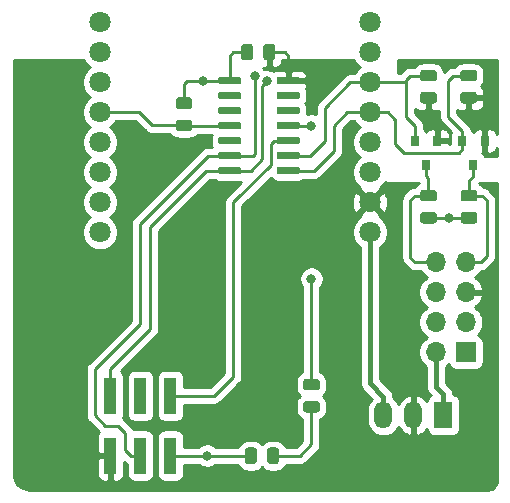
<source format=gtl>
G04 #@! TF.GenerationSoftware,KiCad,Pcbnew,(5.1.5-0-10_14)*
G04 #@! TF.CreationDate,2020-10-21T13:28:45+02:00*
G04 #@! TF.ProjectId,ithowifi,6974686f-7769-4666-992e-6b696361645f,rev?*
G04 #@! TF.SameCoordinates,Original*
G04 #@! TF.FileFunction,Copper,L1,Top*
G04 #@! TF.FilePolarity,Positive*
%FSLAX46Y46*%
G04 Gerber Fmt 4.6, Leading zero omitted, Abs format (unit mm)*
G04 Created by KiCad (PCBNEW (5.1.5-0-10_14)) date 2020-10-21 13:28:45*
%MOMM*%
%LPD*%
G04 APERTURE LIST*
%ADD10C,0.100000*%
%ADD11R,0.800000X0.900000*%
%ADD12R,1.000000X3.150000*%
%ADD13O,1.500000X2.300000*%
%ADD14R,1.500000X2.300000*%
%ADD15C,1.800000*%
%ADD16R,1.700000X1.700000*%
%ADD17O,1.700000X1.700000*%
%ADD18C,0.800000*%
%ADD19C,0.254000*%
%ADD20C,0.406400*%
G04 APERTURE END LIST*
G04 #@! TA.AperFunction,SMDPad,CuDef*
D10*
G36*
X109446142Y-141929174D02*
G01*
X109469803Y-141932684D01*
X109493007Y-141938496D01*
X109515529Y-141946554D01*
X109537153Y-141956782D01*
X109557670Y-141969079D01*
X109576883Y-141983329D01*
X109594607Y-141999393D01*
X109610671Y-142017117D01*
X109624921Y-142036330D01*
X109637218Y-142056847D01*
X109647446Y-142078471D01*
X109655504Y-142100993D01*
X109661316Y-142124197D01*
X109664826Y-142147858D01*
X109666000Y-142171750D01*
X109666000Y-142659250D01*
X109664826Y-142683142D01*
X109661316Y-142706803D01*
X109655504Y-142730007D01*
X109647446Y-142752529D01*
X109637218Y-142774153D01*
X109624921Y-142794670D01*
X109610671Y-142813883D01*
X109594607Y-142831607D01*
X109576883Y-142847671D01*
X109557670Y-142861921D01*
X109537153Y-142874218D01*
X109515529Y-142884446D01*
X109493007Y-142892504D01*
X109469803Y-142898316D01*
X109446142Y-142901826D01*
X109422250Y-142903000D01*
X108509750Y-142903000D01*
X108485858Y-142901826D01*
X108462197Y-142898316D01*
X108438993Y-142892504D01*
X108416471Y-142884446D01*
X108394847Y-142874218D01*
X108374330Y-142861921D01*
X108355117Y-142847671D01*
X108337393Y-142831607D01*
X108321329Y-142813883D01*
X108307079Y-142794670D01*
X108294782Y-142774153D01*
X108284554Y-142752529D01*
X108276496Y-142730007D01*
X108270684Y-142706803D01*
X108267174Y-142683142D01*
X108266000Y-142659250D01*
X108266000Y-142171750D01*
X108267174Y-142147858D01*
X108270684Y-142124197D01*
X108276496Y-142100993D01*
X108284554Y-142078471D01*
X108294782Y-142056847D01*
X108307079Y-142036330D01*
X108321329Y-142017117D01*
X108337393Y-141999393D01*
X108355117Y-141983329D01*
X108374330Y-141969079D01*
X108394847Y-141956782D01*
X108416471Y-141946554D01*
X108438993Y-141938496D01*
X108462197Y-141932684D01*
X108485858Y-141929174D01*
X108509750Y-141928000D01*
X109422250Y-141928000D01*
X109446142Y-141929174D01*
G37*
G04 #@! TD.AperFunction*
G04 #@! TA.AperFunction,SMDPad,CuDef*
G36*
X109446142Y-140054174D02*
G01*
X109469803Y-140057684D01*
X109493007Y-140063496D01*
X109515529Y-140071554D01*
X109537153Y-140081782D01*
X109557670Y-140094079D01*
X109576883Y-140108329D01*
X109594607Y-140124393D01*
X109610671Y-140142117D01*
X109624921Y-140161330D01*
X109637218Y-140181847D01*
X109647446Y-140203471D01*
X109655504Y-140225993D01*
X109661316Y-140249197D01*
X109664826Y-140272858D01*
X109666000Y-140296750D01*
X109666000Y-140784250D01*
X109664826Y-140808142D01*
X109661316Y-140831803D01*
X109655504Y-140855007D01*
X109647446Y-140877529D01*
X109637218Y-140899153D01*
X109624921Y-140919670D01*
X109610671Y-140938883D01*
X109594607Y-140956607D01*
X109576883Y-140972671D01*
X109557670Y-140986921D01*
X109537153Y-140999218D01*
X109515529Y-141009446D01*
X109493007Y-141017504D01*
X109469803Y-141023316D01*
X109446142Y-141026826D01*
X109422250Y-141028000D01*
X108509750Y-141028000D01*
X108485858Y-141026826D01*
X108462197Y-141023316D01*
X108438993Y-141017504D01*
X108416471Y-141009446D01*
X108394847Y-140999218D01*
X108374330Y-140986921D01*
X108355117Y-140972671D01*
X108337393Y-140956607D01*
X108321329Y-140938883D01*
X108307079Y-140919670D01*
X108294782Y-140899153D01*
X108284554Y-140877529D01*
X108276496Y-140855007D01*
X108270684Y-140831803D01*
X108267174Y-140808142D01*
X108266000Y-140784250D01*
X108266000Y-140296750D01*
X108267174Y-140272858D01*
X108270684Y-140249197D01*
X108276496Y-140225993D01*
X108284554Y-140203471D01*
X108294782Y-140181847D01*
X108307079Y-140161330D01*
X108321329Y-140142117D01*
X108337393Y-140124393D01*
X108355117Y-140108329D01*
X108374330Y-140094079D01*
X108394847Y-140081782D01*
X108416471Y-140071554D01*
X108438993Y-140063496D01*
X108462197Y-140057684D01*
X108485858Y-140054174D01*
X108509750Y-140053000D01*
X109422250Y-140053000D01*
X109446142Y-140054174D01*
G37*
G04 #@! TD.AperFunction*
G04 #@! TA.AperFunction,SMDPad,CuDef*
G36*
X98651142Y-116226174D02*
G01*
X98674803Y-116229684D01*
X98698007Y-116235496D01*
X98720529Y-116243554D01*
X98742153Y-116253782D01*
X98762670Y-116266079D01*
X98781883Y-116280329D01*
X98799607Y-116296393D01*
X98815671Y-116314117D01*
X98829921Y-116333330D01*
X98842218Y-116353847D01*
X98852446Y-116375471D01*
X98860504Y-116397993D01*
X98866316Y-116421197D01*
X98869826Y-116444858D01*
X98871000Y-116468750D01*
X98871000Y-116956250D01*
X98869826Y-116980142D01*
X98866316Y-117003803D01*
X98860504Y-117027007D01*
X98852446Y-117049529D01*
X98842218Y-117071153D01*
X98829921Y-117091670D01*
X98815671Y-117110883D01*
X98799607Y-117128607D01*
X98781883Y-117144671D01*
X98762670Y-117158921D01*
X98742153Y-117171218D01*
X98720529Y-117181446D01*
X98698007Y-117189504D01*
X98674803Y-117195316D01*
X98651142Y-117198826D01*
X98627250Y-117200000D01*
X97714750Y-117200000D01*
X97690858Y-117198826D01*
X97667197Y-117195316D01*
X97643993Y-117189504D01*
X97621471Y-117181446D01*
X97599847Y-117171218D01*
X97579330Y-117158921D01*
X97560117Y-117144671D01*
X97542393Y-117128607D01*
X97526329Y-117110883D01*
X97512079Y-117091670D01*
X97499782Y-117071153D01*
X97489554Y-117049529D01*
X97481496Y-117027007D01*
X97475684Y-117003803D01*
X97472174Y-116980142D01*
X97471000Y-116956250D01*
X97471000Y-116468750D01*
X97472174Y-116444858D01*
X97475684Y-116421197D01*
X97481496Y-116397993D01*
X97489554Y-116375471D01*
X97499782Y-116353847D01*
X97512079Y-116333330D01*
X97526329Y-116314117D01*
X97542393Y-116296393D01*
X97560117Y-116280329D01*
X97579330Y-116266079D01*
X97599847Y-116253782D01*
X97621471Y-116243554D01*
X97643993Y-116235496D01*
X97667197Y-116229684D01*
X97690858Y-116226174D01*
X97714750Y-116225000D01*
X98627250Y-116225000D01*
X98651142Y-116226174D01*
G37*
G04 #@! TD.AperFunction*
G04 #@! TA.AperFunction,SMDPad,CuDef*
G36*
X98651142Y-118101174D02*
G01*
X98674803Y-118104684D01*
X98698007Y-118110496D01*
X98720529Y-118118554D01*
X98742153Y-118128782D01*
X98762670Y-118141079D01*
X98781883Y-118155329D01*
X98799607Y-118171393D01*
X98815671Y-118189117D01*
X98829921Y-118208330D01*
X98842218Y-118228847D01*
X98852446Y-118250471D01*
X98860504Y-118272993D01*
X98866316Y-118296197D01*
X98869826Y-118319858D01*
X98871000Y-118343750D01*
X98871000Y-118831250D01*
X98869826Y-118855142D01*
X98866316Y-118878803D01*
X98860504Y-118902007D01*
X98852446Y-118924529D01*
X98842218Y-118946153D01*
X98829921Y-118966670D01*
X98815671Y-118985883D01*
X98799607Y-119003607D01*
X98781883Y-119019671D01*
X98762670Y-119033921D01*
X98742153Y-119046218D01*
X98720529Y-119056446D01*
X98698007Y-119064504D01*
X98674803Y-119070316D01*
X98651142Y-119073826D01*
X98627250Y-119075000D01*
X97714750Y-119075000D01*
X97690858Y-119073826D01*
X97667197Y-119070316D01*
X97643993Y-119064504D01*
X97621471Y-119056446D01*
X97599847Y-119046218D01*
X97579330Y-119033921D01*
X97560117Y-119019671D01*
X97542393Y-119003607D01*
X97526329Y-118985883D01*
X97512079Y-118966670D01*
X97499782Y-118946153D01*
X97489554Y-118924529D01*
X97481496Y-118902007D01*
X97475684Y-118878803D01*
X97472174Y-118855142D01*
X97471000Y-118831250D01*
X97471000Y-118343750D01*
X97472174Y-118319858D01*
X97475684Y-118296197D01*
X97481496Y-118272993D01*
X97489554Y-118250471D01*
X97499782Y-118228847D01*
X97512079Y-118208330D01*
X97526329Y-118189117D01*
X97542393Y-118171393D01*
X97560117Y-118155329D01*
X97579330Y-118141079D01*
X97599847Y-118128782D01*
X97621471Y-118118554D01*
X97643993Y-118110496D01*
X97667197Y-118104684D01*
X97690858Y-118101174D01*
X97714750Y-118100000D01*
X98627250Y-118100000D01*
X98651142Y-118101174D01*
G37*
G04 #@! TD.AperFunction*
G04 #@! TA.AperFunction,SMDPad,CuDef*
G36*
X105980142Y-145859174D02*
G01*
X106003803Y-145862684D01*
X106027007Y-145868496D01*
X106049529Y-145876554D01*
X106071153Y-145886782D01*
X106091670Y-145899079D01*
X106110883Y-145913329D01*
X106128607Y-145929393D01*
X106144671Y-145947117D01*
X106158921Y-145966330D01*
X106171218Y-145986847D01*
X106181446Y-146008471D01*
X106189504Y-146030993D01*
X106195316Y-146054197D01*
X106198826Y-146077858D01*
X106200000Y-146101750D01*
X106200000Y-147014250D01*
X106198826Y-147038142D01*
X106195316Y-147061803D01*
X106189504Y-147085007D01*
X106181446Y-147107529D01*
X106171218Y-147129153D01*
X106158921Y-147149670D01*
X106144671Y-147168883D01*
X106128607Y-147186607D01*
X106110883Y-147202671D01*
X106091670Y-147216921D01*
X106071153Y-147229218D01*
X106049529Y-147239446D01*
X106027007Y-147247504D01*
X106003803Y-147253316D01*
X105980142Y-147256826D01*
X105956250Y-147258000D01*
X105468750Y-147258000D01*
X105444858Y-147256826D01*
X105421197Y-147253316D01*
X105397993Y-147247504D01*
X105375471Y-147239446D01*
X105353847Y-147229218D01*
X105333330Y-147216921D01*
X105314117Y-147202671D01*
X105296393Y-147186607D01*
X105280329Y-147168883D01*
X105266079Y-147149670D01*
X105253782Y-147129153D01*
X105243554Y-147107529D01*
X105235496Y-147085007D01*
X105229684Y-147061803D01*
X105226174Y-147038142D01*
X105225000Y-147014250D01*
X105225000Y-146101750D01*
X105226174Y-146077858D01*
X105229684Y-146054197D01*
X105235496Y-146030993D01*
X105243554Y-146008471D01*
X105253782Y-145986847D01*
X105266079Y-145966330D01*
X105280329Y-145947117D01*
X105296393Y-145929393D01*
X105314117Y-145913329D01*
X105333330Y-145899079D01*
X105353847Y-145886782D01*
X105375471Y-145876554D01*
X105397993Y-145868496D01*
X105421197Y-145862684D01*
X105444858Y-145859174D01*
X105468750Y-145858000D01*
X105956250Y-145858000D01*
X105980142Y-145859174D01*
G37*
G04 #@! TD.AperFunction*
G04 #@! TA.AperFunction,SMDPad,CuDef*
G36*
X104105142Y-145859174D02*
G01*
X104128803Y-145862684D01*
X104152007Y-145868496D01*
X104174529Y-145876554D01*
X104196153Y-145886782D01*
X104216670Y-145899079D01*
X104235883Y-145913329D01*
X104253607Y-145929393D01*
X104269671Y-145947117D01*
X104283921Y-145966330D01*
X104296218Y-145986847D01*
X104306446Y-146008471D01*
X104314504Y-146030993D01*
X104320316Y-146054197D01*
X104323826Y-146077858D01*
X104325000Y-146101750D01*
X104325000Y-147014250D01*
X104323826Y-147038142D01*
X104320316Y-147061803D01*
X104314504Y-147085007D01*
X104306446Y-147107529D01*
X104296218Y-147129153D01*
X104283921Y-147149670D01*
X104269671Y-147168883D01*
X104253607Y-147186607D01*
X104235883Y-147202671D01*
X104216670Y-147216921D01*
X104196153Y-147229218D01*
X104174529Y-147239446D01*
X104152007Y-147247504D01*
X104128803Y-147253316D01*
X104105142Y-147256826D01*
X104081250Y-147258000D01*
X103593750Y-147258000D01*
X103569858Y-147256826D01*
X103546197Y-147253316D01*
X103522993Y-147247504D01*
X103500471Y-147239446D01*
X103478847Y-147229218D01*
X103458330Y-147216921D01*
X103439117Y-147202671D01*
X103421393Y-147186607D01*
X103405329Y-147168883D01*
X103391079Y-147149670D01*
X103378782Y-147129153D01*
X103368554Y-147107529D01*
X103360496Y-147085007D01*
X103354684Y-147061803D01*
X103351174Y-147038142D01*
X103350000Y-147014250D01*
X103350000Y-146101750D01*
X103351174Y-146077858D01*
X103354684Y-146054197D01*
X103360496Y-146030993D01*
X103368554Y-146008471D01*
X103378782Y-145986847D01*
X103391079Y-145966330D01*
X103405329Y-145947117D01*
X103421393Y-145929393D01*
X103439117Y-145913329D01*
X103458330Y-145899079D01*
X103478847Y-145886782D01*
X103500471Y-145876554D01*
X103522993Y-145868496D01*
X103546197Y-145862684D01*
X103569858Y-145859174D01*
X103593750Y-145858000D01*
X104081250Y-145858000D01*
X104105142Y-145859174D01*
G37*
G04 #@! TD.AperFunction*
G04 #@! TA.AperFunction,SMDPad,CuDef*
G36*
X119352142Y-125927174D02*
G01*
X119375803Y-125930684D01*
X119399007Y-125936496D01*
X119421529Y-125944554D01*
X119443153Y-125954782D01*
X119463670Y-125967079D01*
X119482883Y-125981329D01*
X119500607Y-125997393D01*
X119516671Y-126015117D01*
X119530921Y-126034330D01*
X119543218Y-126054847D01*
X119553446Y-126076471D01*
X119561504Y-126098993D01*
X119567316Y-126122197D01*
X119570826Y-126145858D01*
X119572000Y-126169750D01*
X119572000Y-126657250D01*
X119570826Y-126681142D01*
X119567316Y-126704803D01*
X119561504Y-126728007D01*
X119553446Y-126750529D01*
X119543218Y-126772153D01*
X119530921Y-126792670D01*
X119516671Y-126811883D01*
X119500607Y-126829607D01*
X119482883Y-126845671D01*
X119463670Y-126859921D01*
X119443153Y-126872218D01*
X119421529Y-126882446D01*
X119399007Y-126890504D01*
X119375803Y-126896316D01*
X119352142Y-126899826D01*
X119328250Y-126901000D01*
X118415750Y-126901000D01*
X118391858Y-126899826D01*
X118368197Y-126896316D01*
X118344993Y-126890504D01*
X118322471Y-126882446D01*
X118300847Y-126872218D01*
X118280330Y-126859921D01*
X118261117Y-126845671D01*
X118243393Y-126829607D01*
X118227329Y-126811883D01*
X118213079Y-126792670D01*
X118200782Y-126772153D01*
X118190554Y-126750529D01*
X118182496Y-126728007D01*
X118176684Y-126704803D01*
X118173174Y-126681142D01*
X118172000Y-126657250D01*
X118172000Y-126169750D01*
X118173174Y-126145858D01*
X118176684Y-126122197D01*
X118182496Y-126098993D01*
X118190554Y-126076471D01*
X118200782Y-126054847D01*
X118213079Y-126034330D01*
X118227329Y-126015117D01*
X118243393Y-125997393D01*
X118261117Y-125981329D01*
X118280330Y-125967079D01*
X118300847Y-125954782D01*
X118322471Y-125944554D01*
X118344993Y-125936496D01*
X118368197Y-125930684D01*
X118391858Y-125927174D01*
X118415750Y-125926000D01*
X119328250Y-125926000D01*
X119352142Y-125927174D01*
G37*
G04 #@! TD.AperFunction*
G04 #@! TA.AperFunction,SMDPad,CuDef*
G36*
X119352142Y-124052174D02*
G01*
X119375803Y-124055684D01*
X119399007Y-124061496D01*
X119421529Y-124069554D01*
X119443153Y-124079782D01*
X119463670Y-124092079D01*
X119482883Y-124106329D01*
X119500607Y-124122393D01*
X119516671Y-124140117D01*
X119530921Y-124159330D01*
X119543218Y-124179847D01*
X119553446Y-124201471D01*
X119561504Y-124223993D01*
X119567316Y-124247197D01*
X119570826Y-124270858D01*
X119572000Y-124294750D01*
X119572000Y-124782250D01*
X119570826Y-124806142D01*
X119567316Y-124829803D01*
X119561504Y-124853007D01*
X119553446Y-124875529D01*
X119543218Y-124897153D01*
X119530921Y-124917670D01*
X119516671Y-124936883D01*
X119500607Y-124954607D01*
X119482883Y-124970671D01*
X119463670Y-124984921D01*
X119443153Y-124997218D01*
X119421529Y-125007446D01*
X119399007Y-125015504D01*
X119375803Y-125021316D01*
X119352142Y-125024826D01*
X119328250Y-125026000D01*
X118415750Y-125026000D01*
X118391858Y-125024826D01*
X118368197Y-125021316D01*
X118344993Y-125015504D01*
X118322471Y-125007446D01*
X118300847Y-124997218D01*
X118280330Y-124984921D01*
X118261117Y-124970671D01*
X118243393Y-124954607D01*
X118227329Y-124936883D01*
X118213079Y-124917670D01*
X118200782Y-124897153D01*
X118190554Y-124875529D01*
X118182496Y-124853007D01*
X118176684Y-124829803D01*
X118173174Y-124806142D01*
X118172000Y-124782250D01*
X118172000Y-124294750D01*
X118173174Y-124270858D01*
X118176684Y-124247197D01*
X118182496Y-124223993D01*
X118190554Y-124201471D01*
X118200782Y-124179847D01*
X118213079Y-124159330D01*
X118227329Y-124140117D01*
X118243393Y-124122393D01*
X118261117Y-124106329D01*
X118280330Y-124092079D01*
X118300847Y-124079782D01*
X118322471Y-124069554D01*
X118344993Y-124061496D01*
X118368197Y-124055684D01*
X118391858Y-124052174D01*
X118415750Y-124051000D01*
X119328250Y-124051000D01*
X119352142Y-124052174D01*
G37*
G04 #@! TD.AperFunction*
G04 #@! TA.AperFunction,SMDPad,CuDef*
G36*
X122781142Y-125927174D02*
G01*
X122804803Y-125930684D01*
X122828007Y-125936496D01*
X122850529Y-125944554D01*
X122872153Y-125954782D01*
X122892670Y-125967079D01*
X122911883Y-125981329D01*
X122929607Y-125997393D01*
X122945671Y-126015117D01*
X122959921Y-126034330D01*
X122972218Y-126054847D01*
X122982446Y-126076471D01*
X122990504Y-126098993D01*
X122996316Y-126122197D01*
X122999826Y-126145858D01*
X123001000Y-126169750D01*
X123001000Y-126657250D01*
X122999826Y-126681142D01*
X122996316Y-126704803D01*
X122990504Y-126728007D01*
X122982446Y-126750529D01*
X122972218Y-126772153D01*
X122959921Y-126792670D01*
X122945671Y-126811883D01*
X122929607Y-126829607D01*
X122911883Y-126845671D01*
X122892670Y-126859921D01*
X122872153Y-126872218D01*
X122850529Y-126882446D01*
X122828007Y-126890504D01*
X122804803Y-126896316D01*
X122781142Y-126899826D01*
X122757250Y-126901000D01*
X121844750Y-126901000D01*
X121820858Y-126899826D01*
X121797197Y-126896316D01*
X121773993Y-126890504D01*
X121751471Y-126882446D01*
X121729847Y-126872218D01*
X121709330Y-126859921D01*
X121690117Y-126845671D01*
X121672393Y-126829607D01*
X121656329Y-126811883D01*
X121642079Y-126792670D01*
X121629782Y-126772153D01*
X121619554Y-126750529D01*
X121611496Y-126728007D01*
X121605684Y-126704803D01*
X121602174Y-126681142D01*
X121601000Y-126657250D01*
X121601000Y-126169750D01*
X121602174Y-126145858D01*
X121605684Y-126122197D01*
X121611496Y-126098993D01*
X121619554Y-126076471D01*
X121629782Y-126054847D01*
X121642079Y-126034330D01*
X121656329Y-126015117D01*
X121672393Y-125997393D01*
X121690117Y-125981329D01*
X121709330Y-125967079D01*
X121729847Y-125954782D01*
X121751471Y-125944554D01*
X121773993Y-125936496D01*
X121797197Y-125930684D01*
X121820858Y-125927174D01*
X121844750Y-125926000D01*
X122757250Y-125926000D01*
X122781142Y-125927174D01*
G37*
G04 #@! TD.AperFunction*
G04 #@! TA.AperFunction,SMDPad,CuDef*
G36*
X122781142Y-124052174D02*
G01*
X122804803Y-124055684D01*
X122828007Y-124061496D01*
X122850529Y-124069554D01*
X122872153Y-124079782D01*
X122892670Y-124092079D01*
X122911883Y-124106329D01*
X122929607Y-124122393D01*
X122945671Y-124140117D01*
X122959921Y-124159330D01*
X122972218Y-124179847D01*
X122982446Y-124201471D01*
X122990504Y-124223993D01*
X122996316Y-124247197D01*
X122999826Y-124270858D01*
X123001000Y-124294750D01*
X123001000Y-124782250D01*
X122999826Y-124806142D01*
X122996316Y-124829803D01*
X122990504Y-124853007D01*
X122982446Y-124875529D01*
X122972218Y-124897153D01*
X122959921Y-124917670D01*
X122945671Y-124936883D01*
X122929607Y-124954607D01*
X122911883Y-124970671D01*
X122892670Y-124984921D01*
X122872153Y-124997218D01*
X122850529Y-125007446D01*
X122828007Y-125015504D01*
X122804803Y-125021316D01*
X122781142Y-125024826D01*
X122757250Y-125026000D01*
X121844750Y-125026000D01*
X121820858Y-125024826D01*
X121797197Y-125021316D01*
X121773993Y-125015504D01*
X121751471Y-125007446D01*
X121729847Y-124997218D01*
X121709330Y-124984921D01*
X121690117Y-124970671D01*
X121672393Y-124954607D01*
X121656329Y-124936883D01*
X121642079Y-124917670D01*
X121629782Y-124897153D01*
X121619554Y-124875529D01*
X121611496Y-124853007D01*
X121605684Y-124829803D01*
X121602174Y-124806142D01*
X121601000Y-124782250D01*
X121601000Y-124294750D01*
X121602174Y-124270858D01*
X121605684Y-124247197D01*
X121611496Y-124223993D01*
X121619554Y-124201471D01*
X121629782Y-124179847D01*
X121642079Y-124159330D01*
X121656329Y-124140117D01*
X121672393Y-124122393D01*
X121690117Y-124106329D01*
X121709330Y-124092079D01*
X121729847Y-124079782D01*
X121751471Y-124069554D01*
X121773993Y-124061496D01*
X121797197Y-124055684D01*
X121820858Y-124052174D01*
X121844750Y-124051000D01*
X122757250Y-124051000D01*
X122781142Y-124052174D01*
G37*
G04 #@! TD.AperFunction*
G04 #@! TA.AperFunction,SMDPad,CuDef*
G36*
X119352142Y-113889174D02*
G01*
X119375803Y-113892684D01*
X119399007Y-113898496D01*
X119421529Y-113906554D01*
X119443153Y-113916782D01*
X119463670Y-113929079D01*
X119482883Y-113943329D01*
X119500607Y-113959393D01*
X119516671Y-113977117D01*
X119530921Y-113996330D01*
X119543218Y-114016847D01*
X119553446Y-114038471D01*
X119561504Y-114060993D01*
X119567316Y-114084197D01*
X119570826Y-114107858D01*
X119572000Y-114131750D01*
X119572000Y-114619250D01*
X119570826Y-114643142D01*
X119567316Y-114666803D01*
X119561504Y-114690007D01*
X119553446Y-114712529D01*
X119543218Y-114734153D01*
X119530921Y-114754670D01*
X119516671Y-114773883D01*
X119500607Y-114791607D01*
X119482883Y-114807671D01*
X119463670Y-114821921D01*
X119443153Y-114834218D01*
X119421529Y-114844446D01*
X119399007Y-114852504D01*
X119375803Y-114858316D01*
X119352142Y-114861826D01*
X119328250Y-114863000D01*
X118415750Y-114863000D01*
X118391858Y-114861826D01*
X118368197Y-114858316D01*
X118344993Y-114852504D01*
X118322471Y-114844446D01*
X118300847Y-114834218D01*
X118280330Y-114821921D01*
X118261117Y-114807671D01*
X118243393Y-114791607D01*
X118227329Y-114773883D01*
X118213079Y-114754670D01*
X118200782Y-114734153D01*
X118190554Y-114712529D01*
X118182496Y-114690007D01*
X118176684Y-114666803D01*
X118173174Y-114643142D01*
X118172000Y-114619250D01*
X118172000Y-114131750D01*
X118173174Y-114107858D01*
X118176684Y-114084197D01*
X118182496Y-114060993D01*
X118190554Y-114038471D01*
X118200782Y-114016847D01*
X118213079Y-113996330D01*
X118227329Y-113977117D01*
X118243393Y-113959393D01*
X118261117Y-113943329D01*
X118280330Y-113929079D01*
X118300847Y-113916782D01*
X118322471Y-113906554D01*
X118344993Y-113898496D01*
X118368197Y-113892684D01*
X118391858Y-113889174D01*
X118415750Y-113888000D01*
X119328250Y-113888000D01*
X119352142Y-113889174D01*
G37*
G04 #@! TD.AperFunction*
G04 #@! TA.AperFunction,SMDPad,CuDef*
G36*
X119352142Y-115764174D02*
G01*
X119375803Y-115767684D01*
X119399007Y-115773496D01*
X119421529Y-115781554D01*
X119443153Y-115791782D01*
X119463670Y-115804079D01*
X119482883Y-115818329D01*
X119500607Y-115834393D01*
X119516671Y-115852117D01*
X119530921Y-115871330D01*
X119543218Y-115891847D01*
X119553446Y-115913471D01*
X119561504Y-115935993D01*
X119567316Y-115959197D01*
X119570826Y-115982858D01*
X119572000Y-116006750D01*
X119572000Y-116494250D01*
X119570826Y-116518142D01*
X119567316Y-116541803D01*
X119561504Y-116565007D01*
X119553446Y-116587529D01*
X119543218Y-116609153D01*
X119530921Y-116629670D01*
X119516671Y-116648883D01*
X119500607Y-116666607D01*
X119482883Y-116682671D01*
X119463670Y-116696921D01*
X119443153Y-116709218D01*
X119421529Y-116719446D01*
X119399007Y-116727504D01*
X119375803Y-116733316D01*
X119352142Y-116736826D01*
X119328250Y-116738000D01*
X118415750Y-116738000D01*
X118391858Y-116736826D01*
X118368197Y-116733316D01*
X118344993Y-116727504D01*
X118322471Y-116719446D01*
X118300847Y-116709218D01*
X118280330Y-116696921D01*
X118261117Y-116682671D01*
X118243393Y-116666607D01*
X118227329Y-116648883D01*
X118213079Y-116629670D01*
X118200782Y-116609153D01*
X118190554Y-116587529D01*
X118182496Y-116565007D01*
X118176684Y-116541803D01*
X118173174Y-116518142D01*
X118172000Y-116494250D01*
X118172000Y-116006750D01*
X118173174Y-115982858D01*
X118176684Y-115959197D01*
X118182496Y-115935993D01*
X118190554Y-115913471D01*
X118200782Y-115891847D01*
X118213079Y-115871330D01*
X118227329Y-115852117D01*
X118243393Y-115834393D01*
X118261117Y-115818329D01*
X118280330Y-115804079D01*
X118300847Y-115791782D01*
X118322471Y-115781554D01*
X118344993Y-115773496D01*
X118368197Y-115767684D01*
X118391858Y-115764174D01*
X118415750Y-115763000D01*
X119328250Y-115763000D01*
X119352142Y-115764174D01*
G37*
G04 #@! TD.AperFunction*
G04 #@! TA.AperFunction,SMDPad,CuDef*
G36*
X122755742Y-115764174D02*
G01*
X122779403Y-115767684D01*
X122802607Y-115773496D01*
X122825129Y-115781554D01*
X122846753Y-115791782D01*
X122867270Y-115804079D01*
X122886483Y-115818329D01*
X122904207Y-115834393D01*
X122920271Y-115852117D01*
X122934521Y-115871330D01*
X122946818Y-115891847D01*
X122957046Y-115913471D01*
X122965104Y-115935993D01*
X122970916Y-115959197D01*
X122974426Y-115982858D01*
X122975600Y-116006750D01*
X122975600Y-116494250D01*
X122974426Y-116518142D01*
X122970916Y-116541803D01*
X122965104Y-116565007D01*
X122957046Y-116587529D01*
X122946818Y-116609153D01*
X122934521Y-116629670D01*
X122920271Y-116648883D01*
X122904207Y-116666607D01*
X122886483Y-116682671D01*
X122867270Y-116696921D01*
X122846753Y-116709218D01*
X122825129Y-116719446D01*
X122802607Y-116727504D01*
X122779403Y-116733316D01*
X122755742Y-116736826D01*
X122731850Y-116738000D01*
X121819350Y-116738000D01*
X121795458Y-116736826D01*
X121771797Y-116733316D01*
X121748593Y-116727504D01*
X121726071Y-116719446D01*
X121704447Y-116709218D01*
X121683930Y-116696921D01*
X121664717Y-116682671D01*
X121646993Y-116666607D01*
X121630929Y-116648883D01*
X121616679Y-116629670D01*
X121604382Y-116609153D01*
X121594154Y-116587529D01*
X121586096Y-116565007D01*
X121580284Y-116541803D01*
X121576774Y-116518142D01*
X121575600Y-116494250D01*
X121575600Y-116006750D01*
X121576774Y-115982858D01*
X121580284Y-115959197D01*
X121586096Y-115935993D01*
X121594154Y-115913471D01*
X121604382Y-115891847D01*
X121616679Y-115871330D01*
X121630929Y-115852117D01*
X121646993Y-115834393D01*
X121664717Y-115818329D01*
X121683930Y-115804079D01*
X121704447Y-115791782D01*
X121726071Y-115781554D01*
X121748593Y-115773496D01*
X121771797Y-115767684D01*
X121795458Y-115764174D01*
X121819350Y-115763000D01*
X122731850Y-115763000D01*
X122755742Y-115764174D01*
G37*
G04 #@! TD.AperFunction*
G04 #@! TA.AperFunction,SMDPad,CuDef*
G36*
X122755742Y-113889174D02*
G01*
X122779403Y-113892684D01*
X122802607Y-113898496D01*
X122825129Y-113906554D01*
X122846753Y-113916782D01*
X122867270Y-113929079D01*
X122886483Y-113943329D01*
X122904207Y-113959393D01*
X122920271Y-113977117D01*
X122934521Y-113996330D01*
X122946818Y-114016847D01*
X122957046Y-114038471D01*
X122965104Y-114060993D01*
X122970916Y-114084197D01*
X122974426Y-114107858D01*
X122975600Y-114131750D01*
X122975600Y-114619250D01*
X122974426Y-114643142D01*
X122970916Y-114666803D01*
X122965104Y-114690007D01*
X122957046Y-114712529D01*
X122946818Y-114734153D01*
X122934521Y-114754670D01*
X122920271Y-114773883D01*
X122904207Y-114791607D01*
X122886483Y-114807671D01*
X122867270Y-114821921D01*
X122846753Y-114834218D01*
X122825129Y-114844446D01*
X122802607Y-114852504D01*
X122779403Y-114858316D01*
X122755742Y-114861826D01*
X122731850Y-114863000D01*
X121819350Y-114863000D01*
X121795458Y-114861826D01*
X121771797Y-114858316D01*
X121748593Y-114852504D01*
X121726071Y-114844446D01*
X121704447Y-114834218D01*
X121683930Y-114821921D01*
X121664717Y-114807671D01*
X121646993Y-114791607D01*
X121630929Y-114773883D01*
X121616679Y-114754670D01*
X121604382Y-114734153D01*
X121594154Y-114712529D01*
X121586096Y-114690007D01*
X121580284Y-114666803D01*
X121576774Y-114643142D01*
X121575600Y-114619250D01*
X121575600Y-114131750D01*
X121576774Y-114107858D01*
X121580284Y-114084197D01*
X121586096Y-114060993D01*
X121594154Y-114038471D01*
X121604382Y-114016847D01*
X121616679Y-113996330D01*
X121630929Y-113977117D01*
X121646993Y-113959393D01*
X121664717Y-113943329D01*
X121683930Y-113929079D01*
X121704447Y-113916782D01*
X121726071Y-113906554D01*
X121748593Y-113898496D01*
X121771797Y-113892684D01*
X121795458Y-113889174D01*
X121819350Y-113888000D01*
X122731850Y-113888000D01*
X122755742Y-113889174D01*
G37*
G04 #@! TD.AperFunction*
G04 #@! TA.AperFunction,SMDPad,CuDef*
G36*
X105655142Y-111696174D02*
G01*
X105678803Y-111699684D01*
X105702007Y-111705496D01*
X105724529Y-111713554D01*
X105746153Y-111723782D01*
X105766670Y-111736079D01*
X105785883Y-111750329D01*
X105803607Y-111766393D01*
X105819671Y-111784117D01*
X105833921Y-111803330D01*
X105846218Y-111823847D01*
X105856446Y-111845471D01*
X105864504Y-111867993D01*
X105870316Y-111891197D01*
X105873826Y-111914858D01*
X105875000Y-111938750D01*
X105875000Y-112851250D01*
X105873826Y-112875142D01*
X105870316Y-112898803D01*
X105864504Y-112922007D01*
X105856446Y-112944529D01*
X105846218Y-112966153D01*
X105833921Y-112986670D01*
X105819671Y-113005883D01*
X105803607Y-113023607D01*
X105785883Y-113039671D01*
X105766670Y-113053921D01*
X105746153Y-113066218D01*
X105724529Y-113076446D01*
X105702007Y-113084504D01*
X105678803Y-113090316D01*
X105655142Y-113093826D01*
X105631250Y-113095000D01*
X105143750Y-113095000D01*
X105119858Y-113093826D01*
X105096197Y-113090316D01*
X105072993Y-113084504D01*
X105050471Y-113076446D01*
X105028847Y-113066218D01*
X105008330Y-113053921D01*
X104989117Y-113039671D01*
X104971393Y-113023607D01*
X104955329Y-113005883D01*
X104941079Y-112986670D01*
X104928782Y-112966153D01*
X104918554Y-112944529D01*
X104910496Y-112922007D01*
X104904684Y-112898803D01*
X104901174Y-112875142D01*
X104900000Y-112851250D01*
X104900000Y-111938750D01*
X104901174Y-111914858D01*
X104904684Y-111891197D01*
X104910496Y-111867993D01*
X104918554Y-111845471D01*
X104928782Y-111823847D01*
X104941079Y-111803330D01*
X104955329Y-111784117D01*
X104971393Y-111766393D01*
X104989117Y-111750329D01*
X105008330Y-111736079D01*
X105028847Y-111723782D01*
X105050471Y-111713554D01*
X105072993Y-111705496D01*
X105096197Y-111699684D01*
X105119858Y-111696174D01*
X105143750Y-111695000D01*
X105631250Y-111695000D01*
X105655142Y-111696174D01*
G37*
G04 #@! TD.AperFunction*
G04 #@! TA.AperFunction,SMDPad,CuDef*
G36*
X103780142Y-111696174D02*
G01*
X103803803Y-111699684D01*
X103827007Y-111705496D01*
X103849529Y-111713554D01*
X103871153Y-111723782D01*
X103891670Y-111736079D01*
X103910883Y-111750329D01*
X103928607Y-111766393D01*
X103944671Y-111784117D01*
X103958921Y-111803330D01*
X103971218Y-111823847D01*
X103981446Y-111845471D01*
X103989504Y-111867993D01*
X103995316Y-111891197D01*
X103998826Y-111914858D01*
X104000000Y-111938750D01*
X104000000Y-112851250D01*
X103998826Y-112875142D01*
X103995316Y-112898803D01*
X103989504Y-112922007D01*
X103981446Y-112944529D01*
X103971218Y-112966153D01*
X103958921Y-112986670D01*
X103944671Y-113005883D01*
X103928607Y-113023607D01*
X103910883Y-113039671D01*
X103891670Y-113053921D01*
X103871153Y-113066218D01*
X103849529Y-113076446D01*
X103827007Y-113084504D01*
X103803803Y-113090316D01*
X103780142Y-113093826D01*
X103756250Y-113095000D01*
X103268750Y-113095000D01*
X103244858Y-113093826D01*
X103221197Y-113090316D01*
X103197993Y-113084504D01*
X103175471Y-113076446D01*
X103153847Y-113066218D01*
X103133330Y-113053921D01*
X103114117Y-113039671D01*
X103096393Y-113023607D01*
X103080329Y-113005883D01*
X103066079Y-112986670D01*
X103053782Y-112966153D01*
X103043554Y-112944529D01*
X103035496Y-112922007D01*
X103029684Y-112898803D01*
X103026174Y-112875142D01*
X103025000Y-112851250D01*
X103025000Y-111938750D01*
X103026174Y-111914858D01*
X103029684Y-111891197D01*
X103035496Y-111867993D01*
X103043554Y-111845471D01*
X103053782Y-111823847D01*
X103066079Y-111803330D01*
X103080329Y-111784117D01*
X103096393Y-111766393D01*
X103114117Y-111750329D01*
X103133330Y-111736079D01*
X103153847Y-111723782D01*
X103175471Y-111713554D01*
X103197993Y-111705496D01*
X103221197Y-111699684D01*
X103244858Y-111696174D01*
X103268750Y-111695000D01*
X103756250Y-111695000D01*
X103780142Y-111696174D01*
G37*
G04 #@! TD.AperFunction*
D11*
X118684000Y-121904000D03*
X117734000Y-119904000D03*
X119634000Y-119904000D03*
X122682000Y-121904000D03*
X121732000Y-119904000D03*
X123632000Y-119904000D03*
G04 #@! TA.AperFunction,SMDPad,CuDef*
D10*
G36*
X107835703Y-114508722D02*
G01*
X107850264Y-114510882D01*
X107864543Y-114514459D01*
X107878403Y-114519418D01*
X107891710Y-114525712D01*
X107904336Y-114533280D01*
X107916159Y-114542048D01*
X107927066Y-114551934D01*
X107936952Y-114562841D01*
X107945720Y-114574664D01*
X107953288Y-114587290D01*
X107959582Y-114600597D01*
X107964541Y-114614457D01*
X107968118Y-114628736D01*
X107970278Y-114643297D01*
X107971000Y-114658000D01*
X107971000Y-114958000D01*
X107970278Y-114972703D01*
X107968118Y-114987264D01*
X107964541Y-115001543D01*
X107959582Y-115015403D01*
X107953288Y-115028710D01*
X107945720Y-115041336D01*
X107936952Y-115053159D01*
X107927066Y-115064066D01*
X107916159Y-115073952D01*
X107904336Y-115082720D01*
X107891710Y-115090288D01*
X107878403Y-115096582D01*
X107864543Y-115101541D01*
X107850264Y-115105118D01*
X107835703Y-115107278D01*
X107821000Y-115108000D01*
X106171000Y-115108000D01*
X106156297Y-115107278D01*
X106141736Y-115105118D01*
X106127457Y-115101541D01*
X106113597Y-115096582D01*
X106100290Y-115090288D01*
X106087664Y-115082720D01*
X106075841Y-115073952D01*
X106064934Y-115064066D01*
X106055048Y-115053159D01*
X106046280Y-115041336D01*
X106038712Y-115028710D01*
X106032418Y-115015403D01*
X106027459Y-115001543D01*
X106023882Y-114987264D01*
X106021722Y-114972703D01*
X106021000Y-114958000D01*
X106021000Y-114658000D01*
X106021722Y-114643297D01*
X106023882Y-114628736D01*
X106027459Y-114614457D01*
X106032418Y-114600597D01*
X106038712Y-114587290D01*
X106046280Y-114574664D01*
X106055048Y-114562841D01*
X106064934Y-114551934D01*
X106075841Y-114542048D01*
X106087664Y-114533280D01*
X106100290Y-114525712D01*
X106113597Y-114519418D01*
X106127457Y-114514459D01*
X106141736Y-114510882D01*
X106156297Y-114508722D01*
X106171000Y-114508000D01*
X107821000Y-114508000D01*
X107835703Y-114508722D01*
G37*
G04 #@! TD.AperFunction*
G04 #@! TA.AperFunction,SMDPad,CuDef*
G36*
X107835703Y-115778722D02*
G01*
X107850264Y-115780882D01*
X107864543Y-115784459D01*
X107878403Y-115789418D01*
X107891710Y-115795712D01*
X107904336Y-115803280D01*
X107916159Y-115812048D01*
X107927066Y-115821934D01*
X107936952Y-115832841D01*
X107945720Y-115844664D01*
X107953288Y-115857290D01*
X107959582Y-115870597D01*
X107964541Y-115884457D01*
X107968118Y-115898736D01*
X107970278Y-115913297D01*
X107971000Y-115928000D01*
X107971000Y-116228000D01*
X107970278Y-116242703D01*
X107968118Y-116257264D01*
X107964541Y-116271543D01*
X107959582Y-116285403D01*
X107953288Y-116298710D01*
X107945720Y-116311336D01*
X107936952Y-116323159D01*
X107927066Y-116334066D01*
X107916159Y-116343952D01*
X107904336Y-116352720D01*
X107891710Y-116360288D01*
X107878403Y-116366582D01*
X107864543Y-116371541D01*
X107850264Y-116375118D01*
X107835703Y-116377278D01*
X107821000Y-116378000D01*
X106171000Y-116378000D01*
X106156297Y-116377278D01*
X106141736Y-116375118D01*
X106127457Y-116371541D01*
X106113597Y-116366582D01*
X106100290Y-116360288D01*
X106087664Y-116352720D01*
X106075841Y-116343952D01*
X106064934Y-116334066D01*
X106055048Y-116323159D01*
X106046280Y-116311336D01*
X106038712Y-116298710D01*
X106032418Y-116285403D01*
X106027459Y-116271543D01*
X106023882Y-116257264D01*
X106021722Y-116242703D01*
X106021000Y-116228000D01*
X106021000Y-115928000D01*
X106021722Y-115913297D01*
X106023882Y-115898736D01*
X106027459Y-115884457D01*
X106032418Y-115870597D01*
X106038712Y-115857290D01*
X106046280Y-115844664D01*
X106055048Y-115832841D01*
X106064934Y-115821934D01*
X106075841Y-115812048D01*
X106087664Y-115803280D01*
X106100290Y-115795712D01*
X106113597Y-115789418D01*
X106127457Y-115784459D01*
X106141736Y-115780882D01*
X106156297Y-115778722D01*
X106171000Y-115778000D01*
X107821000Y-115778000D01*
X107835703Y-115778722D01*
G37*
G04 #@! TD.AperFunction*
G04 #@! TA.AperFunction,SMDPad,CuDef*
G36*
X107835703Y-117048722D02*
G01*
X107850264Y-117050882D01*
X107864543Y-117054459D01*
X107878403Y-117059418D01*
X107891710Y-117065712D01*
X107904336Y-117073280D01*
X107916159Y-117082048D01*
X107927066Y-117091934D01*
X107936952Y-117102841D01*
X107945720Y-117114664D01*
X107953288Y-117127290D01*
X107959582Y-117140597D01*
X107964541Y-117154457D01*
X107968118Y-117168736D01*
X107970278Y-117183297D01*
X107971000Y-117198000D01*
X107971000Y-117498000D01*
X107970278Y-117512703D01*
X107968118Y-117527264D01*
X107964541Y-117541543D01*
X107959582Y-117555403D01*
X107953288Y-117568710D01*
X107945720Y-117581336D01*
X107936952Y-117593159D01*
X107927066Y-117604066D01*
X107916159Y-117613952D01*
X107904336Y-117622720D01*
X107891710Y-117630288D01*
X107878403Y-117636582D01*
X107864543Y-117641541D01*
X107850264Y-117645118D01*
X107835703Y-117647278D01*
X107821000Y-117648000D01*
X106171000Y-117648000D01*
X106156297Y-117647278D01*
X106141736Y-117645118D01*
X106127457Y-117641541D01*
X106113597Y-117636582D01*
X106100290Y-117630288D01*
X106087664Y-117622720D01*
X106075841Y-117613952D01*
X106064934Y-117604066D01*
X106055048Y-117593159D01*
X106046280Y-117581336D01*
X106038712Y-117568710D01*
X106032418Y-117555403D01*
X106027459Y-117541543D01*
X106023882Y-117527264D01*
X106021722Y-117512703D01*
X106021000Y-117498000D01*
X106021000Y-117198000D01*
X106021722Y-117183297D01*
X106023882Y-117168736D01*
X106027459Y-117154457D01*
X106032418Y-117140597D01*
X106038712Y-117127290D01*
X106046280Y-117114664D01*
X106055048Y-117102841D01*
X106064934Y-117091934D01*
X106075841Y-117082048D01*
X106087664Y-117073280D01*
X106100290Y-117065712D01*
X106113597Y-117059418D01*
X106127457Y-117054459D01*
X106141736Y-117050882D01*
X106156297Y-117048722D01*
X106171000Y-117048000D01*
X107821000Y-117048000D01*
X107835703Y-117048722D01*
G37*
G04 #@! TD.AperFunction*
G04 #@! TA.AperFunction,SMDPad,CuDef*
G36*
X107835703Y-118318722D02*
G01*
X107850264Y-118320882D01*
X107864543Y-118324459D01*
X107878403Y-118329418D01*
X107891710Y-118335712D01*
X107904336Y-118343280D01*
X107916159Y-118352048D01*
X107927066Y-118361934D01*
X107936952Y-118372841D01*
X107945720Y-118384664D01*
X107953288Y-118397290D01*
X107959582Y-118410597D01*
X107964541Y-118424457D01*
X107968118Y-118438736D01*
X107970278Y-118453297D01*
X107971000Y-118468000D01*
X107971000Y-118768000D01*
X107970278Y-118782703D01*
X107968118Y-118797264D01*
X107964541Y-118811543D01*
X107959582Y-118825403D01*
X107953288Y-118838710D01*
X107945720Y-118851336D01*
X107936952Y-118863159D01*
X107927066Y-118874066D01*
X107916159Y-118883952D01*
X107904336Y-118892720D01*
X107891710Y-118900288D01*
X107878403Y-118906582D01*
X107864543Y-118911541D01*
X107850264Y-118915118D01*
X107835703Y-118917278D01*
X107821000Y-118918000D01*
X106171000Y-118918000D01*
X106156297Y-118917278D01*
X106141736Y-118915118D01*
X106127457Y-118911541D01*
X106113597Y-118906582D01*
X106100290Y-118900288D01*
X106087664Y-118892720D01*
X106075841Y-118883952D01*
X106064934Y-118874066D01*
X106055048Y-118863159D01*
X106046280Y-118851336D01*
X106038712Y-118838710D01*
X106032418Y-118825403D01*
X106027459Y-118811543D01*
X106023882Y-118797264D01*
X106021722Y-118782703D01*
X106021000Y-118768000D01*
X106021000Y-118468000D01*
X106021722Y-118453297D01*
X106023882Y-118438736D01*
X106027459Y-118424457D01*
X106032418Y-118410597D01*
X106038712Y-118397290D01*
X106046280Y-118384664D01*
X106055048Y-118372841D01*
X106064934Y-118361934D01*
X106075841Y-118352048D01*
X106087664Y-118343280D01*
X106100290Y-118335712D01*
X106113597Y-118329418D01*
X106127457Y-118324459D01*
X106141736Y-118320882D01*
X106156297Y-118318722D01*
X106171000Y-118318000D01*
X107821000Y-118318000D01*
X107835703Y-118318722D01*
G37*
G04 #@! TD.AperFunction*
G04 #@! TA.AperFunction,SMDPad,CuDef*
G36*
X107835703Y-119588722D02*
G01*
X107850264Y-119590882D01*
X107864543Y-119594459D01*
X107878403Y-119599418D01*
X107891710Y-119605712D01*
X107904336Y-119613280D01*
X107916159Y-119622048D01*
X107927066Y-119631934D01*
X107936952Y-119642841D01*
X107945720Y-119654664D01*
X107953288Y-119667290D01*
X107959582Y-119680597D01*
X107964541Y-119694457D01*
X107968118Y-119708736D01*
X107970278Y-119723297D01*
X107971000Y-119738000D01*
X107971000Y-120038000D01*
X107970278Y-120052703D01*
X107968118Y-120067264D01*
X107964541Y-120081543D01*
X107959582Y-120095403D01*
X107953288Y-120108710D01*
X107945720Y-120121336D01*
X107936952Y-120133159D01*
X107927066Y-120144066D01*
X107916159Y-120153952D01*
X107904336Y-120162720D01*
X107891710Y-120170288D01*
X107878403Y-120176582D01*
X107864543Y-120181541D01*
X107850264Y-120185118D01*
X107835703Y-120187278D01*
X107821000Y-120188000D01*
X106171000Y-120188000D01*
X106156297Y-120187278D01*
X106141736Y-120185118D01*
X106127457Y-120181541D01*
X106113597Y-120176582D01*
X106100290Y-120170288D01*
X106087664Y-120162720D01*
X106075841Y-120153952D01*
X106064934Y-120144066D01*
X106055048Y-120133159D01*
X106046280Y-120121336D01*
X106038712Y-120108710D01*
X106032418Y-120095403D01*
X106027459Y-120081543D01*
X106023882Y-120067264D01*
X106021722Y-120052703D01*
X106021000Y-120038000D01*
X106021000Y-119738000D01*
X106021722Y-119723297D01*
X106023882Y-119708736D01*
X106027459Y-119694457D01*
X106032418Y-119680597D01*
X106038712Y-119667290D01*
X106046280Y-119654664D01*
X106055048Y-119642841D01*
X106064934Y-119631934D01*
X106075841Y-119622048D01*
X106087664Y-119613280D01*
X106100290Y-119605712D01*
X106113597Y-119599418D01*
X106127457Y-119594459D01*
X106141736Y-119590882D01*
X106156297Y-119588722D01*
X106171000Y-119588000D01*
X107821000Y-119588000D01*
X107835703Y-119588722D01*
G37*
G04 #@! TD.AperFunction*
G04 #@! TA.AperFunction,SMDPad,CuDef*
G36*
X107835703Y-120858722D02*
G01*
X107850264Y-120860882D01*
X107864543Y-120864459D01*
X107878403Y-120869418D01*
X107891710Y-120875712D01*
X107904336Y-120883280D01*
X107916159Y-120892048D01*
X107927066Y-120901934D01*
X107936952Y-120912841D01*
X107945720Y-120924664D01*
X107953288Y-120937290D01*
X107959582Y-120950597D01*
X107964541Y-120964457D01*
X107968118Y-120978736D01*
X107970278Y-120993297D01*
X107971000Y-121008000D01*
X107971000Y-121308000D01*
X107970278Y-121322703D01*
X107968118Y-121337264D01*
X107964541Y-121351543D01*
X107959582Y-121365403D01*
X107953288Y-121378710D01*
X107945720Y-121391336D01*
X107936952Y-121403159D01*
X107927066Y-121414066D01*
X107916159Y-121423952D01*
X107904336Y-121432720D01*
X107891710Y-121440288D01*
X107878403Y-121446582D01*
X107864543Y-121451541D01*
X107850264Y-121455118D01*
X107835703Y-121457278D01*
X107821000Y-121458000D01*
X106171000Y-121458000D01*
X106156297Y-121457278D01*
X106141736Y-121455118D01*
X106127457Y-121451541D01*
X106113597Y-121446582D01*
X106100290Y-121440288D01*
X106087664Y-121432720D01*
X106075841Y-121423952D01*
X106064934Y-121414066D01*
X106055048Y-121403159D01*
X106046280Y-121391336D01*
X106038712Y-121378710D01*
X106032418Y-121365403D01*
X106027459Y-121351543D01*
X106023882Y-121337264D01*
X106021722Y-121322703D01*
X106021000Y-121308000D01*
X106021000Y-121008000D01*
X106021722Y-120993297D01*
X106023882Y-120978736D01*
X106027459Y-120964457D01*
X106032418Y-120950597D01*
X106038712Y-120937290D01*
X106046280Y-120924664D01*
X106055048Y-120912841D01*
X106064934Y-120901934D01*
X106075841Y-120892048D01*
X106087664Y-120883280D01*
X106100290Y-120875712D01*
X106113597Y-120869418D01*
X106127457Y-120864459D01*
X106141736Y-120860882D01*
X106156297Y-120858722D01*
X106171000Y-120858000D01*
X107821000Y-120858000D01*
X107835703Y-120858722D01*
G37*
G04 #@! TD.AperFunction*
G04 #@! TA.AperFunction,SMDPad,CuDef*
G36*
X107835703Y-122128722D02*
G01*
X107850264Y-122130882D01*
X107864543Y-122134459D01*
X107878403Y-122139418D01*
X107891710Y-122145712D01*
X107904336Y-122153280D01*
X107916159Y-122162048D01*
X107927066Y-122171934D01*
X107936952Y-122182841D01*
X107945720Y-122194664D01*
X107953288Y-122207290D01*
X107959582Y-122220597D01*
X107964541Y-122234457D01*
X107968118Y-122248736D01*
X107970278Y-122263297D01*
X107971000Y-122278000D01*
X107971000Y-122578000D01*
X107970278Y-122592703D01*
X107968118Y-122607264D01*
X107964541Y-122621543D01*
X107959582Y-122635403D01*
X107953288Y-122648710D01*
X107945720Y-122661336D01*
X107936952Y-122673159D01*
X107927066Y-122684066D01*
X107916159Y-122693952D01*
X107904336Y-122702720D01*
X107891710Y-122710288D01*
X107878403Y-122716582D01*
X107864543Y-122721541D01*
X107850264Y-122725118D01*
X107835703Y-122727278D01*
X107821000Y-122728000D01*
X106171000Y-122728000D01*
X106156297Y-122727278D01*
X106141736Y-122725118D01*
X106127457Y-122721541D01*
X106113597Y-122716582D01*
X106100290Y-122710288D01*
X106087664Y-122702720D01*
X106075841Y-122693952D01*
X106064934Y-122684066D01*
X106055048Y-122673159D01*
X106046280Y-122661336D01*
X106038712Y-122648710D01*
X106032418Y-122635403D01*
X106027459Y-122621543D01*
X106023882Y-122607264D01*
X106021722Y-122592703D01*
X106021000Y-122578000D01*
X106021000Y-122278000D01*
X106021722Y-122263297D01*
X106023882Y-122248736D01*
X106027459Y-122234457D01*
X106032418Y-122220597D01*
X106038712Y-122207290D01*
X106046280Y-122194664D01*
X106055048Y-122182841D01*
X106064934Y-122171934D01*
X106075841Y-122162048D01*
X106087664Y-122153280D01*
X106100290Y-122145712D01*
X106113597Y-122139418D01*
X106127457Y-122134459D01*
X106141736Y-122130882D01*
X106156297Y-122128722D01*
X106171000Y-122128000D01*
X107821000Y-122128000D01*
X107835703Y-122128722D01*
G37*
G04 #@! TD.AperFunction*
G04 #@! TA.AperFunction,SMDPad,CuDef*
G36*
X102885703Y-122128722D02*
G01*
X102900264Y-122130882D01*
X102914543Y-122134459D01*
X102928403Y-122139418D01*
X102941710Y-122145712D01*
X102954336Y-122153280D01*
X102966159Y-122162048D01*
X102977066Y-122171934D01*
X102986952Y-122182841D01*
X102995720Y-122194664D01*
X103003288Y-122207290D01*
X103009582Y-122220597D01*
X103014541Y-122234457D01*
X103018118Y-122248736D01*
X103020278Y-122263297D01*
X103021000Y-122278000D01*
X103021000Y-122578000D01*
X103020278Y-122592703D01*
X103018118Y-122607264D01*
X103014541Y-122621543D01*
X103009582Y-122635403D01*
X103003288Y-122648710D01*
X102995720Y-122661336D01*
X102986952Y-122673159D01*
X102977066Y-122684066D01*
X102966159Y-122693952D01*
X102954336Y-122702720D01*
X102941710Y-122710288D01*
X102928403Y-122716582D01*
X102914543Y-122721541D01*
X102900264Y-122725118D01*
X102885703Y-122727278D01*
X102871000Y-122728000D01*
X101221000Y-122728000D01*
X101206297Y-122727278D01*
X101191736Y-122725118D01*
X101177457Y-122721541D01*
X101163597Y-122716582D01*
X101150290Y-122710288D01*
X101137664Y-122702720D01*
X101125841Y-122693952D01*
X101114934Y-122684066D01*
X101105048Y-122673159D01*
X101096280Y-122661336D01*
X101088712Y-122648710D01*
X101082418Y-122635403D01*
X101077459Y-122621543D01*
X101073882Y-122607264D01*
X101071722Y-122592703D01*
X101071000Y-122578000D01*
X101071000Y-122278000D01*
X101071722Y-122263297D01*
X101073882Y-122248736D01*
X101077459Y-122234457D01*
X101082418Y-122220597D01*
X101088712Y-122207290D01*
X101096280Y-122194664D01*
X101105048Y-122182841D01*
X101114934Y-122171934D01*
X101125841Y-122162048D01*
X101137664Y-122153280D01*
X101150290Y-122145712D01*
X101163597Y-122139418D01*
X101177457Y-122134459D01*
X101191736Y-122130882D01*
X101206297Y-122128722D01*
X101221000Y-122128000D01*
X102871000Y-122128000D01*
X102885703Y-122128722D01*
G37*
G04 #@! TD.AperFunction*
G04 #@! TA.AperFunction,SMDPad,CuDef*
G36*
X102885703Y-120858722D02*
G01*
X102900264Y-120860882D01*
X102914543Y-120864459D01*
X102928403Y-120869418D01*
X102941710Y-120875712D01*
X102954336Y-120883280D01*
X102966159Y-120892048D01*
X102977066Y-120901934D01*
X102986952Y-120912841D01*
X102995720Y-120924664D01*
X103003288Y-120937290D01*
X103009582Y-120950597D01*
X103014541Y-120964457D01*
X103018118Y-120978736D01*
X103020278Y-120993297D01*
X103021000Y-121008000D01*
X103021000Y-121308000D01*
X103020278Y-121322703D01*
X103018118Y-121337264D01*
X103014541Y-121351543D01*
X103009582Y-121365403D01*
X103003288Y-121378710D01*
X102995720Y-121391336D01*
X102986952Y-121403159D01*
X102977066Y-121414066D01*
X102966159Y-121423952D01*
X102954336Y-121432720D01*
X102941710Y-121440288D01*
X102928403Y-121446582D01*
X102914543Y-121451541D01*
X102900264Y-121455118D01*
X102885703Y-121457278D01*
X102871000Y-121458000D01*
X101221000Y-121458000D01*
X101206297Y-121457278D01*
X101191736Y-121455118D01*
X101177457Y-121451541D01*
X101163597Y-121446582D01*
X101150290Y-121440288D01*
X101137664Y-121432720D01*
X101125841Y-121423952D01*
X101114934Y-121414066D01*
X101105048Y-121403159D01*
X101096280Y-121391336D01*
X101088712Y-121378710D01*
X101082418Y-121365403D01*
X101077459Y-121351543D01*
X101073882Y-121337264D01*
X101071722Y-121322703D01*
X101071000Y-121308000D01*
X101071000Y-121008000D01*
X101071722Y-120993297D01*
X101073882Y-120978736D01*
X101077459Y-120964457D01*
X101082418Y-120950597D01*
X101088712Y-120937290D01*
X101096280Y-120924664D01*
X101105048Y-120912841D01*
X101114934Y-120901934D01*
X101125841Y-120892048D01*
X101137664Y-120883280D01*
X101150290Y-120875712D01*
X101163597Y-120869418D01*
X101177457Y-120864459D01*
X101191736Y-120860882D01*
X101206297Y-120858722D01*
X101221000Y-120858000D01*
X102871000Y-120858000D01*
X102885703Y-120858722D01*
G37*
G04 #@! TD.AperFunction*
G04 #@! TA.AperFunction,SMDPad,CuDef*
G36*
X102885703Y-119588722D02*
G01*
X102900264Y-119590882D01*
X102914543Y-119594459D01*
X102928403Y-119599418D01*
X102941710Y-119605712D01*
X102954336Y-119613280D01*
X102966159Y-119622048D01*
X102977066Y-119631934D01*
X102986952Y-119642841D01*
X102995720Y-119654664D01*
X103003288Y-119667290D01*
X103009582Y-119680597D01*
X103014541Y-119694457D01*
X103018118Y-119708736D01*
X103020278Y-119723297D01*
X103021000Y-119738000D01*
X103021000Y-120038000D01*
X103020278Y-120052703D01*
X103018118Y-120067264D01*
X103014541Y-120081543D01*
X103009582Y-120095403D01*
X103003288Y-120108710D01*
X102995720Y-120121336D01*
X102986952Y-120133159D01*
X102977066Y-120144066D01*
X102966159Y-120153952D01*
X102954336Y-120162720D01*
X102941710Y-120170288D01*
X102928403Y-120176582D01*
X102914543Y-120181541D01*
X102900264Y-120185118D01*
X102885703Y-120187278D01*
X102871000Y-120188000D01*
X101221000Y-120188000D01*
X101206297Y-120187278D01*
X101191736Y-120185118D01*
X101177457Y-120181541D01*
X101163597Y-120176582D01*
X101150290Y-120170288D01*
X101137664Y-120162720D01*
X101125841Y-120153952D01*
X101114934Y-120144066D01*
X101105048Y-120133159D01*
X101096280Y-120121336D01*
X101088712Y-120108710D01*
X101082418Y-120095403D01*
X101077459Y-120081543D01*
X101073882Y-120067264D01*
X101071722Y-120052703D01*
X101071000Y-120038000D01*
X101071000Y-119738000D01*
X101071722Y-119723297D01*
X101073882Y-119708736D01*
X101077459Y-119694457D01*
X101082418Y-119680597D01*
X101088712Y-119667290D01*
X101096280Y-119654664D01*
X101105048Y-119642841D01*
X101114934Y-119631934D01*
X101125841Y-119622048D01*
X101137664Y-119613280D01*
X101150290Y-119605712D01*
X101163597Y-119599418D01*
X101177457Y-119594459D01*
X101191736Y-119590882D01*
X101206297Y-119588722D01*
X101221000Y-119588000D01*
X102871000Y-119588000D01*
X102885703Y-119588722D01*
G37*
G04 #@! TD.AperFunction*
G04 #@! TA.AperFunction,SMDPad,CuDef*
G36*
X102885703Y-118318722D02*
G01*
X102900264Y-118320882D01*
X102914543Y-118324459D01*
X102928403Y-118329418D01*
X102941710Y-118335712D01*
X102954336Y-118343280D01*
X102966159Y-118352048D01*
X102977066Y-118361934D01*
X102986952Y-118372841D01*
X102995720Y-118384664D01*
X103003288Y-118397290D01*
X103009582Y-118410597D01*
X103014541Y-118424457D01*
X103018118Y-118438736D01*
X103020278Y-118453297D01*
X103021000Y-118468000D01*
X103021000Y-118768000D01*
X103020278Y-118782703D01*
X103018118Y-118797264D01*
X103014541Y-118811543D01*
X103009582Y-118825403D01*
X103003288Y-118838710D01*
X102995720Y-118851336D01*
X102986952Y-118863159D01*
X102977066Y-118874066D01*
X102966159Y-118883952D01*
X102954336Y-118892720D01*
X102941710Y-118900288D01*
X102928403Y-118906582D01*
X102914543Y-118911541D01*
X102900264Y-118915118D01*
X102885703Y-118917278D01*
X102871000Y-118918000D01*
X101221000Y-118918000D01*
X101206297Y-118917278D01*
X101191736Y-118915118D01*
X101177457Y-118911541D01*
X101163597Y-118906582D01*
X101150290Y-118900288D01*
X101137664Y-118892720D01*
X101125841Y-118883952D01*
X101114934Y-118874066D01*
X101105048Y-118863159D01*
X101096280Y-118851336D01*
X101088712Y-118838710D01*
X101082418Y-118825403D01*
X101077459Y-118811543D01*
X101073882Y-118797264D01*
X101071722Y-118782703D01*
X101071000Y-118768000D01*
X101071000Y-118468000D01*
X101071722Y-118453297D01*
X101073882Y-118438736D01*
X101077459Y-118424457D01*
X101082418Y-118410597D01*
X101088712Y-118397290D01*
X101096280Y-118384664D01*
X101105048Y-118372841D01*
X101114934Y-118361934D01*
X101125841Y-118352048D01*
X101137664Y-118343280D01*
X101150290Y-118335712D01*
X101163597Y-118329418D01*
X101177457Y-118324459D01*
X101191736Y-118320882D01*
X101206297Y-118318722D01*
X101221000Y-118318000D01*
X102871000Y-118318000D01*
X102885703Y-118318722D01*
G37*
G04 #@! TD.AperFunction*
G04 #@! TA.AperFunction,SMDPad,CuDef*
G36*
X102885703Y-117048722D02*
G01*
X102900264Y-117050882D01*
X102914543Y-117054459D01*
X102928403Y-117059418D01*
X102941710Y-117065712D01*
X102954336Y-117073280D01*
X102966159Y-117082048D01*
X102977066Y-117091934D01*
X102986952Y-117102841D01*
X102995720Y-117114664D01*
X103003288Y-117127290D01*
X103009582Y-117140597D01*
X103014541Y-117154457D01*
X103018118Y-117168736D01*
X103020278Y-117183297D01*
X103021000Y-117198000D01*
X103021000Y-117498000D01*
X103020278Y-117512703D01*
X103018118Y-117527264D01*
X103014541Y-117541543D01*
X103009582Y-117555403D01*
X103003288Y-117568710D01*
X102995720Y-117581336D01*
X102986952Y-117593159D01*
X102977066Y-117604066D01*
X102966159Y-117613952D01*
X102954336Y-117622720D01*
X102941710Y-117630288D01*
X102928403Y-117636582D01*
X102914543Y-117641541D01*
X102900264Y-117645118D01*
X102885703Y-117647278D01*
X102871000Y-117648000D01*
X101221000Y-117648000D01*
X101206297Y-117647278D01*
X101191736Y-117645118D01*
X101177457Y-117641541D01*
X101163597Y-117636582D01*
X101150290Y-117630288D01*
X101137664Y-117622720D01*
X101125841Y-117613952D01*
X101114934Y-117604066D01*
X101105048Y-117593159D01*
X101096280Y-117581336D01*
X101088712Y-117568710D01*
X101082418Y-117555403D01*
X101077459Y-117541543D01*
X101073882Y-117527264D01*
X101071722Y-117512703D01*
X101071000Y-117498000D01*
X101071000Y-117198000D01*
X101071722Y-117183297D01*
X101073882Y-117168736D01*
X101077459Y-117154457D01*
X101082418Y-117140597D01*
X101088712Y-117127290D01*
X101096280Y-117114664D01*
X101105048Y-117102841D01*
X101114934Y-117091934D01*
X101125841Y-117082048D01*
X101137664Y-117073280D01*
X101150290Y-117065712D01*
X101163597Y-117059418D01*
X101177457Y-117054459D01*
X101191736Y-117050882D01*
X101206297Y-117048722D01*
X101221000Y-117048000D01*
X102871000Y-117048000D01*
X102885703Y-117048722D01*
G37*
G04 #@! TD.AperFunction*
G04 #@! TA.AperFunction,SMDPad,CuDef*
G36*
X102885703Y-115778722D02*
G01*
X102900264Y-115780882D01*
X102914543Y-115784459D01*
X102928403Y-115789418D01*
X102941710Y-115795712D01*
X102954336Y-115803280D01*
X102966159Y-115812048D01*
X102977066Y-115821934D01*
X102986952Y-115832841D01*
X102995720Y-115844664D01*
X103003288Y-115857290D01*
X103009582Y-115870597D01*
X103014541Y-115884457D01*
X103018118Y-115898736D01*
X103020278Y-115913297D01*
X103021000Y-115928000D01*
X103021000Y-116228000D01*
X103020278Y-116242703D01*
X103018118Y-116257264D01*
X103014541Y-116271543D01*
X103009582Y-116285403D01*
X103003288Y-116298710D01*
X102995720Y-116311336D01*
X102986952Y-116323159D01*
X102977066Y-116334066D01*
X102966159Y-116343952D01*
X102954336Y-116352720D01*
X102941710Y-116360288D01*
X102928403Y-116366582D01*
X102914543Y-116371541D01*
X102900264Y-116375118D01*
X102885703Y-116377278D01*
X102871000Y-116378000D01*
X101221000Y-116378000D01*
X101206297Y-116377278D01*
X101191736Y-116375118D01*
X101177457Y-116371541D01*
X101163597Y-116366582D01*
X101150290Y-116360288D01*
X101137664Y-116352720D01*
X101125841Y-116343952D01*
X101114934Y-116334066D01*
X101105048Y-116323159D01*
X101096280Y-116311336D01*
X101088712Y-116298710D01*
X101082418Y-116285403D01*
X101077459Y-116271543D01*
X101073882Y-116257264D01*
X101071722Y-116242703D01*
X101071000Y-116228000D01*
X101071000Y-115928000D01*
X101071722Y-115913297D01*
X101073882Y-115898736D01*
X101077459Y-115884457D01*
X101082418Y-115870597D01*
X101088712Y-115857290D01*
X101096280Y-115844664D01*
X101105048Y-115832841D01*
X101114934Y-115821934D01*
X101125841Y-115812048D01*
X101137664Y-115803280D01*
X101150290Y-115795712D01*
X101163597Y-115789418D01*
X101177457Y-115784459D01*
X101191736Y-115780882D01*
X101206297Y-115778722D01*
X101221000Y-115778000D01*
X102871000Y-115778000D01*
X102885703Y-115778722D01*
G37*
G04 #@! TD.AperFunction*
G04 #@! TA.AperFunction,SMDPad,CuDef*
G36*
X102885703Y-114508722D02*
G01*
X102900264Y-114510882D01*
X102914543Y-114514459D01*
X102928403Y-114519418D01*
X102941710Y-114525712D01*
X102954336Y-114533280D01*
X102966159Y-114542048D01*
X102977066Y-114551934D01*
X102986952Y-114562841D01*
X102995720Y-114574664D01*
X103003288Y-114587290D01*
X103009582Y-114600597D01*
X103014541Y-114614457D01*
X103018118Y-114628736D01*
X103020278Y-114643297D01*
X103021000Y-114658000D01*
X103021000Y-114958000D01*
X103020278Y-114972703D01*
X103018118Y-114987264D01*
X103014541Y-115001543D01*
X103009582Y-115015403D01*
X103003288Y-115028710D01*
X102995720Y-115041336D01*
X102986952Y-115053159D01*
X102977066Y-115064066D01*
X102966159Y-115073952D01*
X102954336Y-115082720D01*
X102941710Y-115090288D01*
X102928403Y-115096582D01*
X102914543Y-115101541D01*
X102900264Y-115105118D01*
X102885703Y-115107278D01*
X102871000Y-115108000D01*
X101221000Y-115108000D01*
X101206297Y-115107278D01*
X101191736Y-115105118D01*
X101177457Y-115101541D01*
X101163597Y-115096582D01*
X101150290Y-115090288D01*
X101137664Y-115082720D01*
X101125841Y-115073952D01*
X101114934Y-115064066D01*
X101105048Y-115053159D01*
X101096280Y-115041336D01*
X101088712Y-115028710D01*
X101082418Y-115015403D01*
X101077459Y-115001543D01*
X101073882Y-114987264D01*
X101071722Y-114972703D01*
X101071000Y-114958000D01*
X101071000Y-114658000D01*
X101071722Y-114643297D01*
X101073882Y-114628736D01*
X101077459Y-114614457D01*
X101082418Y-114600597D01*
X101088712Y-114587290D01*
X101096280Y-114574664D01*
X101105048Y-114562841D01*
X101114934Y-114551934D01*
X101125841Y-114542048D01*
X101137664Y-114533280D01*
X101150290Y-114525712D01*
X101163597Y-114519418D01*
X101177457Y-114514459D01*
X101191736Y-114510882D01*
X101206297Y-114508722D01*
X101221000Y-114508000D01*
X102871000Y-114508000D01*
X102885703Y-114508722D01*
G37*
G04 #@! TD.AperFunction*
D12*
X91948000Y-146543000D03*
X91948000Y-141493000D03*
X94488000Y-146543000D03*
X94488000Y-141493000D03*
X97028000Y-146543000D03*
X97028000Y-141493000D03*
D13*
X115062000Y-143129000D03*
X117602000Y-143129000D03*
D14*
X120142000Y-143129000D03*
D15*
X91059000Y-109855000D03*
X91059000Y-112395000D03*
X91059000Y-114935000D03*
X91059000Y-117475000D03*
X91059000Y-120015000D03*
X91059000Y-122555000D03*
X91059000Y-125095000D03*
X91059000Y-127635000D03*
X113919000Y-127635000D03*
X113919000Y-125095000D03*
X113919000Y-122555000D03*
X113919000Y-120015000D03*
X113919000Y-117475000D03*
X113919000Y-114935000D03*
X113919000Y-112395000D03*
X113919000Y-109855000D03*
D16*
X122047000Y-137795000D03*
D17*
X119507000Y-137795000D03*
X122047000Y-135255000D03*
X119507000Y-135255000D03*
X122047000Y-132715000D03*
X119507000Y-132715000D03*
X122047000Y-130175000D03*
X119507000Y-130175000D03*
D18*
X110871000Y-114808000D03*
X120600000Y-126450000D03*
X123190000Y-118364000D03*
X118872000Y-118364000D03*
X99822000Y-114808000D03*
X100139500Y-146558000D03*
X108966000Y-131572000D03*
X108966000Y-118618000D03*
X105178561Y-114856013D03*
X104151320Y-114450008D03*
D19*
X110744000Y-114808000D02*
X110871000Y-114808000D01*
X106996000Y-114808000D02*
X110744000Y-114808000D01*
X106695000Y-112395000D02*
X106996000Y-112696000D01*
X106996000Y-112696000D02*
X106996000Y-114808000D01*
X105387500Y-112395000D02*
X106695000Y-112395000D01*
D20*
X113919000Y-140429600D02*
X113919000Y-127635000D01*
X115062000Y-141572600D02*
X113919000Y-140429600D01*
X115062000Y-143129000D02*
X115062000Y-141572600D01*
D19*
X118908500Y-126450000D02*
X118872000Y-126413500D01*
X120600000Y-126450000D02*
X118908500Y-126450000D01*
X122264500Y-126450000D02*
X122301000Y-126413500D01*
X120600000Y-126450000D02*
X122264500Y-126450000D01*
X99822000Y-114808000D02*
X102046000Y-114808000D01*
X97043000Y-146558000D02*
X97028000Y-146543000D01*
X100139500Y-146558000D02*
X97043000Y-146558000D01*
X102046000Y-112711000D02*
X102362000Y-112395000D01*
X102046000Y-114808000D02*
X102046000Y-112711000D01*
X99822000Y-114808000D02*
X98425000Y-114808000D01*
X98425000Y-114808000D02*
X98171000Y-115062000D01*
X98171000Y-115062000D02*
X98171000Y-116712500D01*
X100139500Y-146558000D02*
X103837500Y-146558000D01*
X102362000Y-112395000D02*
X103512500Y-112395000D01*
D20*
X120142000Y-143129000D02*
X120142000Y-141351000D01*
X119507000Y-140716000D02*
X119507000Y-137795000D01*
X120142000Y-141351000D02*
X119507000Y-140716000D01*
D19*
X123317000Y-130175000D02*
X122047000Y-130175000D01*
X123825000Y-129667000D02*
X123317000Y-130175000D01*
X122682000Y-122899000D02*
X122301000Y-123280000D01*
X122682000Y-121904000D02*
X122682000Y-122899000D01*
X122301000Y-124538500D02*
X122301000Y-123280000D01*
X123825000Y-129667000D02*
X123825000Y-124925000D01*
X123438500Y-124538500D02*
X122301000Y-124538500D01*
X123825000Y-124925000D02*
X123438500Y-124538500D01*
X117348000Y-129794000D02*
X117729000Y-130175000D01*
X117729000Y-130175000D02*
X119507000Y-130175000D01*
X118684000Y-122875000D02*
X118872000Y-123063000D01*
X118684000Y-121904000D02*
X118684000Y-122875000D01*
X118872000Y-124538500D02*
X118872000Y-123063000D01*
X117348000Y-129794000D02*
X117348000Y-124902000D01*
X117711500Y-124538500D02*
X118872000Y-124538500D01*
X117348000Y-124902000D02*
X117711500Y-124538500D01*
X108013500Y-146558000D02*
X108966000Y-145605500D01*
X108966000Y-118618000D02*
X106996000Y-118618000D01*
X108966000Y-132137685D02*
X108966000Y-131572000D01*
X108966000Y-140540500D02*
X108966000Y-132137685D01*
X105537000Y-120142000D02*
X105537000Y-121920000D01*
X105791000Y-119888000D02*
X105537000Y-120142000D01*
X106996000Y-119888000D02*
X105791000Y-119888000D01*
X102616000Y-124841000D02*
X102362000Y-125095000D01*
X105537000Y-121920000D02*
X102616000Y-124841000D01*
X102347000Y-139853000D02*
X102347000Y-125110000D01*
X100707000Y-141493000D02*
X102347000Y-139853000D01*
X102347000Y-125110000D02*
X102616000Y-124841000D01*
X97028000Y-141493000D02*
X100707000Y-141493000D01*
X115697000Y-114935000D02*
X113919000Y-114935000D01*
X117734000Y-118623000D02*
X116967000Y-117856000D01*
X117734000Y-119904000D02*
X117734000Y-118623000D01*
X115697000Y-114935000D02*
X116967000Y-114935000D01*
X116967000Y-117856000D02*
X116967000Y-114935000D01*
X112691999Y-114935000D02*
X113919000Y-114935000D01*
X112268000Y-114935000D02*
X112691999Y-114935000D01*
X106996000Y-121158000D02*
X108839000Y-121158000D01*
X110109000Y-117094000D02*
X112268000Y-114935000D01*
X110109000Y-119888000D02*
X110109000Y-117094000D01*
X108839000Y-121158000D02*
X110109000Y-119888000D01*
X116967000Y-114935000D02*
X116967000Y-114733000D01*
X117324500Y-114375500D02*
X118872000Y-114375500D01*
X116967000Y-114733000D02*
X117324500Y-114375500D01*
X113919000Y-117475000D02*
X115443000Y-117475000D01*
X115443000Y-117475000D02*
X116078000Y-118110000D01*
X116078000Y-118110000D02*
X116078000Y-120142000D01*
X116078000Y-120142000D02*
X116840000Y-120904000D01*
X121732000Y-120608000D02*
X121732000Y-119904000D01*
X121436000Y-120904000D02*
X121732000Y-120608000D01*
X116840000Y-120904000D02*
X121436000Y-120904000D01*
X121732000Y-119904000D02*
X121732000Y-119065000D01*
X121732000Y-119065000D02*
X120523000Y-117856000D01*
X112014000Y-117475000D02*
X112691999Y-117475000D01*
X110871000Y-118618000D02*
X112014000Y-117475000D01*
X112691999Y-117475000D02*
X113919000Y-117475000D01*
X109220000Y-122428000D02*
X110871000Y-120777000D01*
X110871000Y-120777000D02*
X110871000Y-118618000D01*
X106996000Y-122428000D02*
X109220000Y-122428000D01*
X120523000Y-117856000D02*
X120523000Y-114827000D01*
X120974500Y-114375500D02*
X122275600Y-114375500D01*
X120523000Y-114827000D02*
X120974500Y-114375500D01*
X100076000Y-122428000D02*
X102046000Y-122428000D01*
X95313500Y-127190500D02*
X100076000Y-122428000D01*
X95313500Y-135826500D02*
X95313500Y-127190500D01*
X91948000Y-139192000D02*
X95313500Y-135826500D01*
X91948000Y-141493000D02*
X91948000Y-139192000D01*
X102046000Y-122428000D02*
X103822000Y-122428000D01*
X104778562Y-121471438D02*
X104778562Y-115256012D01*
X104778562Y-115256012D02*
X105178561Y-114856013D01*
X103822000Y-122428000D02*
X104778562Y-121471438D01*
X93647500Y-146543000D02*
X94488000Y-146543000D01*
X93218000Y-146113500D02*
X93647500Y-146543000D01*
X93218000Y-144653000D02*
X93218000Y-146113500D01*
X92583000Y-144018000D02*
X93218000Y-144653000D01*
X91503500Y-144018000D02*
X92583000Y-144018000D01*
X90614500Y-143129000D02*
X91503500Y-144018000D01*
X100203000Y-121158000D02*
X94424500Y-126936500D01*
X90614500Y-139255500D02*
X90614500Y-143129000D01*
X94424500Y-135445500D02*
X90614500Y-139255500D01*
X94424500Y-126936500D02*
X94424500Y-135445500D01*
X102046000Y-121158000D02*
X100203000Y-121158000D01*
X102046000Y-121158000D02*
X104013000Y-121158000D01*
X104151320Y-115015693D02*
X104151320Y-114450008D01*
X104013000Y-121158000D02*
X104151320Y-121019680D01*
X104151320Y-121019680D02*
X104151320Y-115015693D01*
X98201500Y-118618000D02*
X98171000Y-118587500D01*
X102046000Y-118618000D02*
X98201500Y-118618000D01*
X98171000Y-118587500D02*
X95487500Y-118587500D01*
X94375000Y-117475000D02*
X91059000Y-117475000D01*
X95487500Y-118587500D02*
X94375000Y-117475000D01*
X105712500Y-146558000D02*
X108013500Y-146558000D01*
X108966000Y-145605500D02*
X108966000Y-142415500D01*
G36*
X89698701Y-113122095D02*
G01*
X89866688Y-113373505D01*
X90080495Y-113587312D01*
X90196763Y-113665000D01*
X90080495Y-113742688D01*
X89866688Y-113956495D01*
X89698701Y-114207905D01*
X89582989Y-114487257D01*
X89524000Y-114783816D01*
X89524000Y-115086184D01*
X89582989Y-115382743D01*
X89698701Y-115662095D01*
X89866688Y-115913505D01*
X90080495Y-116127312D01*
X90196763Y-116205000D01*
X90080495Y-116282688D01*
X89866688Y-116496495D01*
X89698701Y-116747905D01*
X89582989Y-117027257D01*
X89524000Y-117323816D01*
X89524000Y-117626184D01*
X89582989Y-117922743D01*
X89698701Y-118202095D01*
X89866688Y-118453505D01*
X90080495Y-118667312D01*
X90196763Y-118745000D01*
X90080495Y-118822688D01*
X89866688Y-119036495D01*
X89698701Y-119287905D01*
X89582989Y-119567257D01*
X89524000Y-119863816D01*
X89524000Y-120166184D01*
X89582989Y-120462743D01*
X89698701Y-120742095D01*
X89866688Y-120993505D01*
X90080495Y-121207312D01*
X90196763Y-121285000D01*
X90080495Y-121362688D01*
X89866688Y-121576495D01*
X89698701Y-121827905D01*
X89582989Y-122107257D01*
X89524000Y-122403816D01*
X89524000Y-122706184D01*
X89582989Y-123002743D01*
X89698701Y-123282095D01*
X89866688Y-123533505D01*
X90080495Y-123747312D01*
X90196763Y-123825000D01*
X90080495Y-123902688D01*
X89866688Y-124116495D01*
X89698701Y-124367905D01*
X89582989Y-124647257D01*
X89524000Y-124943816D01*
X89524000Y-125246184D01*
X89582989Y-125542743D01*
X89698701Y-125822095D01*
X89866688Y-126073505D01*
X90080495Y-126287312D01*
X90196763Y-126365000D01*
X90080495Y-126442688D01*
X89866688Y-126656495D01*
X89698701Y-126907905D01*
X89582989Y-127187257D01*
X89524000Y-127483816D01*
X89524000Y-127786184D01*
X89582989Y-128082743D01*
X89698701Y-128362095D01*
X89866688Y-128613505D01*
X90080495Y-128827312D01*
X90331905Y-128995299D01*
X90611257Y-129111011D01*
X90907816Y-129170000D01*
X91210184Y-129170000D01*
X91506743Y-129111011D01*
X91786095Y-128995299D01*
X92037505Y-128827312D01*
X92251312Y-128613505D01*
X92419299Y-128362095D01*
X92535011Y-128082743D01*
X92594000Y-127786184D01*
X92594000Y-127483816D01*
X92535011Y-127187257D01*
X92419299Y-126907905D01*
X92251312Y-126656495D01*
X92037505Y-126442688D01*
X91921237Y-126365000D01*
X92037505Y-126287312D01*
X92251312Y-126073505D01*
X92419299Y-125822095D01*
X92535011Y-125542743D01*
X92594000Y-125246184D01*
X92594000Y-124943816D01*
X92535011Y-124647257D01*
X92419299Y-124367905D01*
X92251312Y-124116495D01*
X92037505Y-123902688D01*
X91921237Y-123825000D01*
X92037505Y-123747312D01*
X92251312Y-123533505D01*
X92419299Y-123282095D01*
X92535011Y-123002743D01*
X92594000Y-122706184D01*
X92594000Y-122403816D01*
X92535011Y-122107257D01*
X92419299Y-121827905D01*
X92251312Y-121576495D01*
X92037505Y-121362688D01*
X91921237Y-121285000D01*
X92037505Y-121207312D01*
X92251312Y-120993505D01*
X92419299Y-120742095D01*
X92535011Y-120462743D01*
X92594000Y-120166184D01*
X92594000Y-119863816D01*
X92535011Y-119567257D01*
X92419299Y-119287905D01*
X92251312Y-119036495D01*
X92037505Y-118822688D01*
X91921237Y-118745000D01*
X92037505Y-118667312D01*
X92251312Y-118453505D01*
X92395976Y-118237000D01*
X94059370Y-118237000D01*
X94922216Y-119099846D01*
X94946078Y-119128922D01*
X95018405Y-119188279D01*
X95062107Y-119224145D01*
X95113014Y-119251355D01*
X95194485Y-119294902D01*
X95338122Y-119338474D01*
X95450074Y-119349500D01*
X95450077Y-119349500D01*
X95487500Y-119353186D01*
X95524923Y-119349500D01*
X97004797Y-119349500D01*
X97091208Y-119454792D01*
X97224836Y-119564458D01*
X97377291Y-119645947D01*
X97542715Y-119696128D01*
X97714750Y-119713072D01*
X98627250Y-119713072D01*
X98799285Y-119696128D01*
X98964709Y-119645947D01*
X99117164Y-119564458D01*
X99250792Y-119454792D01*
X99312172Y-119380000D01*
X100523072Y-119380000D01*
X100492916Y-119436418D01*
X100448071Y-119584255D01*
X100432928Y-119738000D01*
X100432928Y-120038000D01*
X100448071Y-120191745D01*
X100492916Y-120339582D01*
X100523072Y-120396000D01*
X100240422Y-120396000D01*
X100202999Y-120392314D01*
X100165576Y-120396000D01*
X100165574Y-120396000D01*
X100053622Y-120407026D01*
X99909985Y-120450598D01*
X99777608Y-120521355D01*
X99661578Y-120616578D01*
X99637721Y-120645648D01*
X93912154Y-126371216D01*
X93883078Y-126395078D01*
X93858675Y-126424814D01*
X93787855Y-126511108D01*
X93770190Y-126544158D01*
X93717098Y-126643486D01*
X93673526Y-126787123D01*
X93666658Y-126856858D01*
X93658814Y-126936500D01*
X93662500Y-126973923D01*
X93662501Y-135129869D01*
X90102154Y-138690216D01*
X90073078Y-138714078D01*
X90027610Y-138769482D01*
X89977855Y-138830108D01*
X89946281Y-138889180D01*
X89907098Y-138962486D01*
X89863526Y-139106123D01*
X89856690Y-139175537D01*
X89848814Y-139255500D01*
X89852500Y-139292923D01*
X89852501Y-143091567D01*
X89848814Y-143129000D01*
X89863527Y-143278378D01*
X89907099Y-143422015D01*
X89977855Y-143554392D01*
X90049221Y-143641351D01*
X90073079Y-143670422D01*
X90102149Y-143694279D01*
X90938221Y-144530351D01*
X90961963Y-144559282D01*
X90917463Y-144613506D01*
X90858498Y-144723820D01*
X90822188Y-144843518D01*
X90809928Y-144968000D01*
X90813000Y-146257250D01*
X90971750Y-146416000D01*
X91821000Y-146416000D01*
X91821000Y-146396000D01*
X92075000Y-146396000D01*
X92075000Y-146416000D01*
X92095000Y-146416000D01*
X92095000Y-146670000D01*
X92075000Y-146670000D01*
X92075000Y-148594250D01*
X92233750Y-148753000D01*
X92448000Y-148756072D01*
X92572482Y-148743812D01*
X92692180Y-148707502D01*
X92802494Y-148648537D01*
X92899185Y-148569185D01*
X92978537Y-148472494D01*
X93037502Y-148362180D01*
X93073812Y-148242482D01*
X93086072Y-148118000D01*
X93083544Y-147056964D01*
X93106078Y-147084422D01*
X93193610Y-147156257D01*
X93222107Y-147179645D01*
X93292864Y-147217465D01*
X93349928Y-147247966D01*
X93349928Y-148118000D01*
X93362188Y-148242482D01*
X93398498Y-148362180D01*
X93457463Y-148472494D01*
X93536815Y-148569185D01*
X93633506Y-148648537D01*
X93743820Y-148707502D01*
X93863518Y-148743812D01*
X93988000Y-148756072D01*
X94988000Y-148756072D01*
X95112482Y-148743812D01*
X95232180Y-148707502D01*
X95342494Y-148648537D01*
X95439185Y-148569185D01*
X95518537Y-148472494D01*
X95577502Y-148362180D01*
X95613812Y-148242482D01*
X95626072Y-148118000D01*
X95626072Y-144968000D01*
X95889928Y-144968000D01*
X95889928Y-148118000D01*
X95902188Y-148242482D01*
X95938498Y-148362180D01*
X95997463Y-148472494D01*
X96076815Y-148569185D01*
X96173506Y-148648537D01*
X96283820Y-148707502D01*
X96403518Y-148743812D01*
X96528000Y-148756072D01*
X97528000Y-148756072D01*
X97652482Y-148743812D01*
X97772180Y-148707502D01*
X97882494Y-148648537D01*
X97979185Y-148569185D01*
X98058537Y-148472494D01*
X98117502Y-148362180D01*
X98153812Y-148242482D01*
X98166072Y-148118000D01*
X98166072Y-147320000D01*
X99437789Y-147320000D01*
X99479726Y-147361937D01*
X99649244Y-147475205D01*
X99837602Y-147553226D01*
X100037561Y-147593000D01*
X100241439Y-147593000D01*
X100441398Y-147553226D01*
X100629756Y-147475205D01*
X100799274Y-147361937D01*
X100841211Y-147320000D01*
X102769434Y-147320000D01*
X102779053Y-147351709D01*
X102860542Y-147504164D01*
X102970208Y-147637792D01*
X103103836Y-147747458D01*
X103256291Y-147828947D01*
X103421715Y-147879128D01*
X103593750Y-147896072D01*
X104081250Y-147896072D01*
X104253285Y-147879128D01*
X104418709Y-147828947D01*
X104571164Y-147747458D01*
X104704792Y-147637792D01*
X104775000Y-147552244D01*
X104845208Y-147637792D01*
X104978836Y-147747458D01*
X105131291Y-147828947D01*
X105296715Y-147879128D01*
X105468750Y-147896072D01*
X105956250Y-147896072D01*
X106128285Y-147879128D01*
X106293709Y-147828947D01*
X106446164Y-147747458D01*
X106579792Y-147637792D01*
X106689458Y-147504164D01*
X106770947Y-147351709D01*
X106780566Y-147320000D01*
X107976077Y-147320000D01*
X108013500Y-147323686D01*
X108050923Y-147320000D01*
X108050926Y-147320000D01*
X108162878Y-147308974D01*
X108306515Y-147265402D01*
X108438892Y-147194645D01*
X108554922Y-147099422D01*
X108578784Y-147070346D01*
X109478353Y-146170778D01*
X109507422Y-146146922D01*
X109602645Y-146030892D01*
X109673402Y-145898515D01*
X109716974Y-145754878D01*
X109728000Y-145642926D01*
X109728000Y-145642924D01*
X109731686Y-145605501D01*
X109728000Y-145568078D01*
X109728000Y-143483566D01*
X109759709Y-143473947D01*
X109912164Y-143392458D01*
X110045792Y-143282792D01*
X110155458Y-143149164D01*
X110236947Y-142996709D01*
X110287128Y-142831285D01*
X110304072Y-142659250D01*
X110304072Y-142171750D01*
X110287128Y-141999715D01*
X110236947Y-141834291D01*
X110155458Y-141681836D01*
X110045792Y-141548208D01*
X109960244Y-141478000D01*
X110045792Y-141407792D01*
X110155458Y-141274164D01*
X110236947Y-141121709D01*
X110287128Y-140956285D01*
X110304072Y-140784250D01*
X110304072Y-140296750D01*
X110287128Y-140124715D01*
X110236947Y-139959291D01*
X110155458Y-139806836D01*
X110045792Y-139673208D01*
X109912164Y-139563542D01*
X109759709Y-139482053D01*
X109728000Y-139472434D01*
X109728000Y-132273711D01*
X109769937Y-132231774D01*
X109883205Y-132062256D01*
X109961226Y-131873898D01*
X110001000Y-131673939D01*
X110001000Y-131470061D01*
X109961226Y-131270102D01*
X109883205Y-131081744D01*
X109769937Y-130912226D01*
X109625774Y-130768063D01*
X109456256Y-130654795D01*
X109267898Y-130576774D01*
X109067939Y-130537000D01*
X108864061Y-130537000D01*
X108664102Y-130576774D01*
X108475744Y-130654795D01*
X108306226Y-130768063D01*
X108162063Y-130912226D01*
X108048795Y-131081744D01*
X107970774Y-131270102D01*
X107931000Y-131470061D01*
X107931000Y-131673939D01*
X107970774Y-131873898D01*
X108048795Y-132062256D01*
X108162063Y-132231774D01*
X108204001Y-132273712D01*
X108204000Y-139472434D01*
X108172291Y-139482053D01*
X108019836Y-139563542D01*
X107886208Y-139673208D01*
X107776542Y-139806836D01*
X107695053Y-139959291D01*
X107644872Y-140124715D01*
X107627928Y-140296750D01*
X107627928Y-140784250D01*
X107644872Y-140956285D01*
X107695053Y-141121709D01*
X107776542Y-141274164D01*
X107886208Y-141407792D01*
X107971756Y-141478000D01*
X107886208Y-141548208D01*
X107776542Y-141681836D01*
X107695053Y-141834291D01*
X107644872Y-141999715D01*
X107627928Y-142171750D01*
X107627928Y-142659250D01*
X107644872Y-142831285D01*
X107695053Y-142996709D01*
X107776542Y-143149164D01*
X107886208Y-143282792D01*
X108019836Y-143392458D01*
X108172291Y-143473947D01*
X108204001Y-143483566D01*
X108204000Y-145289869D01*
X107697870Y-145796000D01*
X106780566Y-145796000D01*
X106770947Y-145764291D01*
X106689458Y-145611836D01*
X106579792Y-145478208D01*
X106446164Y-145368542D01*
X106293709Y-145287053D01*
X106128285Y-145236872D01*
X105956250Y-145219928D01*
X105468750Y-145219928D01*
X105296715Y-145236872D01*
X105131291Y-145287053D01*
X104978836Y-145368542D01*
X104845208Y-145478208D01*
X104775000Y-145563756D01*
X104704792Y-145478208D01*
X104571164Y-145368542D01*
X104418709Y-145287053D01*
X104253285Y-145236872D01*
X104081250Y-145219928D01*
X103593750Y-145219928D01*
X103421715Y-145236872D01*
X103256291Y-145287053D01*
X103103836Y-145368542D01*
X102970208Y-145478208D01*
X102860542Y-145611836D01*
X102779053Y-145764291D01*
X102769434Y-145796000D01*
X100841211Y-145796000D01*
X100799274Y-145754063D01*
X100629756Y-145640795D01*
X100441398Y-145562774D01*
X100241439Y-145523000D01*
X100037561Y-145523000D01*
X99837602Y-145562774D01*
X99649244Y-145640795D01*
X99479726Y-145754063D01*
X99437789Y-145796000D01*
X98166072Y-145796000D01*
X98166072Y-144968000D01*
X98153812Y-144843518D01*
X98117502Y-144723820D01*
X98058537Y-144613506D01*
X97979185Y-144516815D01*
X97882494Y-144437463D01*
X97772180Y-144378498D01*
X97652482Y-144342188D01*
X97528000Y-144329928D01*
X96528000Y-144329928D01*
X96403518Y-144342188D01*
X96283820Y-144378498D01*
X96173506Y-144437463D01*
X96076815Y-144516815D01*
X95997463Y-144613506D01*
X95938498Y-144723820D01*
X95902188Y-144843518D01*
X95889928Y-144968000D01*
X95626072Y-144968000D01*
X95613812Y-144843518D01*
X95577502Y-144723820D01*
X95518537Y-144613506D01*
X95439185Y-144516815D01*
X95342494Y-144437463D01*
X95232180Y-144378498D01*
X95112482Y-144342188D01*
X94988000Y-144329928D01*
X93988000Y-144329928D01*
X93913270Y-144337288D01*
X93854646Y-144227609D01*
X93854645Y-144227607D01*
X93812578Y-144176349D01*
X93759422Y-144111578D01*
X93730347Y-144087717D01*
X93148284Y-143505654D01*
X93124422Y-143476578D01*
X93008392Y-143381355D01*
X93002274Y-143378085D01*
X93037502Y-143312180D01*
X93073812Y-143192482D01*
X93086072Y-143068000D01*
X93086072Y-139918000D01*
X93349928Y-139918000D01*
X93349928Y-143068000D01*
X93362188Y-143192482D01*
X93398498Y-143312180D01*
X93457463Y-143422494D01*
X93536815Y-143519185D01*
X93633506Y-143598537D01*
X93743820Y-143657502D01*
X93863518Y-143693812D01*
X93988000Y-143706072D01*
X94988000Y-143706072D01*
X95112482Y-143693812D01*
X95232180Y-143657502D01*
X95342494Y-143598537D01*
X95439185Y-143519185D01*
X95518537Y-143422494D01*
X95577502Y-143312180D01*
X95613812Y-143192482D01*
X95626072Y-143068000D01*
X95626072Y-139918000D01*
X95613812Y-139793518D01*
X95577502Y-139673820D01*
X95518537Y-139563506D01*
X95439185Y-139466815D01*
X95342494Y-139387463D01*
X95232180Y-139328498D01*
X95112482Y-139292188D01*
X94988000Y-139279928D01*
X93988000Y-139279928D01*
X93863518Y-139292188D01*
X93743820Y-139328498D01*
X93633506Y-139387463D01*
X93536815Y-139466815D01*
X93457463Y-139563506D01*
X93398498Y-139673820D01*
X93362188Y-139793518D01*
X93349928Y-139918000D01*
X93086072Y-139918000D01*
X93073812Y-139793518D01*
X93037502Y-139673820D01*
X92978537Y-139563506D01*
X92899185Y-139466815D01*
X92817693Y-139399937D01*
X95825853Y-136391778D01*
X95854922Y-136367922D01*
X95902457Y-136310000D01*
X95950145Y-136251893D01*
X96020901Y-136119516D01*
X96020902Y-136119515D01*
X96064474Y-135975878D01*
X96075500Y-135863926D01*
X96075500Y-135863923D01*
X96079186Y-135826500D01*
X96075500Y-135789077D01*
X96075500Y-127506130D01*
X100391631Y-123190000D01*
X100730461Y-123190000D01*
X100783171Y-123233258D01*
X100919418Y-123306084D01*
X101067255Y-123350929D01*
X101221000Y-123366072D01*
X102871000Y-123366072D01*
X103024745Y-123350929D01*
X103030050Y-123349320D01*
X101834649Y-124544721D01*
X101805579Y-124568578D01*
X101781722Y-124597648D01*
X101781721Y-124597649D01*
X101710355Y-124684608D01*
X101639599Y-124816985D01*
X101596027Y-124960622D01*
X101581314Y-125110000D01*
X101585001Y-125147433D01*
X101585000Y-139537369D01*
X100391370Y-140731000D01*
X98166072Y-140731000D01*
X98166072Y-139918000D01*
X98153812Y-139793518D01*
X98117502Y-139673820D01*
X98058537Y-139563506D01*
X97979185Y-139466815D01*
X97882494Y-139387463D01*
X97772180Y-139328498D01*
X97652482Y-139292188D01*
X97528000Y-139279928D01*
X96528000Y-139279928D01*
X96403518Y-139292188D01*
X96283820Y-139328498D01*
X96173506Y-139387463D01*
X96076815Y-139466815D01*
X95997463Y-139563506D01*
X95938498Y-139673820D01*
X95902188Y-139793518D01*
X95889928Y-139918000D01*
X95889928Y-143068000D01*
X95902188Y-143192482D01*
X95938498Y-143312180D01*
X95997463Y-143422494D01*
X96076815Y-143519185D01*
X96173506Y-143598537D01*
X96283820Y-143657502D01*
X96403518Y-143693812D01*
X96528000Y-143706072D01*
X97528000Y-143706072D01*
X97652482Y-143693812D01*
X97772180Y-143657502D01*
X97882494Y-143598537D01*
X97979185Y-143519185D01*
X98058537Y-143422494D01*
X98117502Y-143312180D01*
X98153812Y-143192482D01*
X98166072Y-143068000D01*
X98166072Y-142255000D01*
X100669577Y-142255000D01*
X100707000Y-142258686D01*
X100744423Y-142255000D01*
X100744426Y-142255000D01*
X100856378Y-142243974D01*
X101000015Y-142200402D01*
X101132392Y-142129645D01*
X101248422Y-142034422D01*
X101272284Y-142005346D01*
X102859353Y-140418278D01*
X102888422Y-140394422D01*
X102983645Y-140278392D01*
X103054402Y-140146015D01*
X103097974Y-140002378D01*
X103109000Y-139890426D01*
X103109000Y-139890424D01*
X103112686Y-139853001D01*
X103109000Y-139815578D01*
X103109000Y-127483816D01*
X112384000Y-127483816D01*
X112384000Y-127786184D01*
X112442989Y-128082743D01*
X112558701Y-128362095D01*
X112726688Y-128613505D01*
X112940495Y-128827312D01*
X113080801Y-128921062D01*
X113080800Y-140388437D01*
X113076746Y-140429600D01*
X113080800Y-140470763D01*
X113080800Y-140470769D01*
X113092929Y-140593915D01*
X113140858Y-140751916D01*
X113218691Y-140897531D01*
X113323436Y-141025164D01*
X113355418Y-141051411D01*
X114064850Y-141760844D01*
X113904843Y-141955812D01*
X113776236Y-142196419D01*
X113697040Y-142457493D01*
X113677000Y-142660963D01*
X113677000Y-143597036D01*
X113697040Y-143800506D01*
X113776236Y-144061580D01*
X113904843Y-144302187D01*
X114077919Y-144513080D01*
X114288812Y-144686157D01*
X114529419Y-144814764D01*
X114790493Y-144893960D01*
X115062000Y-144920701D01*
X115333506Y-144893960D01*
X115594580Y-144814764D01*
X115835187Y-144686157D01*
X116046080Y-144513081D01*
X116219157Y-144302188D01*
X116334486Y-144086422D01*
X116371028Y-144176349D01*
X116520972Y-144404061D01*
X116712460Y-144598145D01*
X116938132Y-144751142D01*
X117189316Y-144857173D01*
X117260815Y-144871318D01*
X117475000Y-144748656D01*
X117475000Y-143256000D01*
X117455000Y-143256000D01*
X117455000Y-143002000D01*
X117475000Y-143002000D01*
X117475000Y-141509344D01*
X117260815Y-141386682D01*
X117189316Y-141400827D01*
X116938132Y-141506858D01*
X116712460Y-141659855D01*
X116520972Y-141853939D01*
X116371028Y-142081651D01*
X116334486Y-142171578D01*
X116219157Y-141955812D01*
X116046081Y-141744919D01*
X115900200Y-141625197D01*
X115900200Y-141613762D01*
X115904254Y-141572599D01*
X115900200Y-141531436D01*
X115900200Y-141531430D01*
X115888071Y-141408284D01*
X115840142Y-141250283D01*
X115762309Y-141104668D01*
X115657564Y-140977036D01*
X115625587Y-140950793D01*
X114757200Y-140082407D01*
X114757200Y-128921061D01*
X114897505Y-128827312D01*
X115111312Y-128613505D01*
X115279299Y-128362095D01*
X115395011Y-128082743D01*
X115454000Y-127786184D01*
X115454000Y-127483816D01*
X115395011Y-127187257D01*
X115279299Y-126907905D01*
X115111312Y-126656495D01*
X114897505Y-126442688D01*
X114743895Y-126340049D01*
X114803475Y-126159080D01*
X113919000Y-125274605D01*
X113034525Y-126159080D01*
X113094105Y-126340049D01*
X112940495Y-126442688D01*
X112726688Y-126656495D01*
X112558701Y-126907905D01*
X112442989Y-127187257D01*
X112384000Y-127483816D01*
X103109000Y-127483816D01*
X103109000Y-125425630D01*
X103181279Y-125353351D01*
X103373077Y-125161553D01*
X112378009Y-125161553D01*
X112420603Y-125460907D01*
X112520778Y-125746199D01*
X112600739Y-125895792D01*
X112854920Y-125979475D01*
X113739395Y-125095000D01*
X114098605Y-125095000D01*
X114983080Y-125979475D01*
X115237261Y-125895792D01*
X115368158Y-125623225D01*
X115443365Y-125330358D01*
X115459991Y-125028447D01*
X115417397Y-124729093D01*
X115317222Y-124443801D01*
X115237261Y-124294208D01*
X114983080Y-124210525D01*
X114098605Y-125095000D01*
X113739395Y-125095000D01*
X112854920Y-124210525D01*
X112600739Y-124294208D01*
X112469842Y-124566775D01*
X112394635Y-124859642D01*
X112378009Y-125161553D01*
X103373077Y-125161553D01*
X105517121Y-123017510D01*
X105613749Y-123135251D01*
X105733171Y-123233258D01*
X105869418Y-123306084D01*
X106017255Y-123350929D01*
X106171000Y-123366072D01*
X107821000Y-123366072D01*
X107974745Y-123350929D01*
X108122582Y-123306084D01*
X108258829Y-123233258D01*
X108311539Y-123190000D01*
X109182577Y-123190000D01*
X109220000Y-123193686D01*
X109257423Y-123190000D01*
X109257426Y-123190000D01*
X109369378Y-123178974D01*
X109513015Y-123135402D01*
X109645392Y-123064645D01*
X109761422Y-122969422D01*
X109785284Y-122940346D01*
X111383347Y-121342283D01*
X111412422Y-121318422D01*
X111472969Y-121244645D01*
X111507645Y-121202393D01*
X111551497Y-121120351D01*
X111578402Y-121070015D01*
X111621974Y-120926378D01*
X111633000Y-120814426D01*
X111633000Y-120814423D01*
X111636686Y-120777000D01*
X111633000Y-120739577D01*
X111633000Y-118933630D01*
X112329631Y-118237000D01*
X112582024Y-118237000D01*
X112726688Y-118453505D01*
X112940495Y-118667312D01*
X113056763Y-118745000D01*
X112940495Y-118822688D01*
X112726688Y-119036495D01*
X112558701Y-119287905D01*
X112442989Y-119567257D01*
X112384000Y-119863816D01*
X112384000Y-120166184D01*
X112442989Y-120462743D01*
X112558701Y-120742095D01*
X112726688Y-120993505D01*
X112940495Y-121207312D01*
X113056763Y-121285000D01*
X112940495Y-121362688D01*
X112726688Y-121576495D01*
X112558701Y-121827905D01*
X112442989Y-122107257D01*
X112384000Y-122403816D01*
X112384000Y-122706184D01*
X112442989Y-123002743D01*
X112558701Y-123282095D01*
X112726688Y-123533505D01*
X112940495Y-123747312D01*
X113094105Y-123849951D01*
X113034525Y-124030920D01*
X113919000Y-124915395D01*
X114803475Y-124030920D01*
X114743895Y-123849951D01*
X114897505Y-123747312D01*
X115111312Y-123533505D01*
X115209705Y-123386250D01*
X115210403Y-123387557D01*
X115226197Y-123406803D01*
X115245443Y-123422597D01*
X115267399Y-123434333D01*
X115291224Y-123441560D01*
X115316000Y-123444000D01*
X118110001Y-123444000D01*
X118110001Y-123470434D01*
X118078291Y-123480053D01*
X117925836Y-123561542D01*
X117792208Y-123671208D01*
X117708586Y-123773101D01*
X117674077Y-123776500D01*
X117674074Y-123776500D01*
X117562122Y-123787526D01*
X117418485Y-123831098D01*
X117286108Y-123901855D01*
X117170078Y-123997078D01*
X117146212Y-124026159D01*
X116835650Y-124336720D01*
X116806579Y-124360578D01*
X116782722Y-124389648D01*
X116782721Y-124389649D01*
X116711355Y-124476608D01*
X116640599Y-124608985D01*
X116597027Y-124752622D01*
X116582314Y-124902000D01*
X116586001Y-124939433D01*
X116586000Y-129756577D01*
X116582314Y-129794000D01*
X116586000Y-129831423D01*
X116586000Y-129831425D01*
X116597026Y-129943377D01*
X116640598Y-130087014D01*
X116673535Y-130148635D01*
X116711355Y-130219392D01*
X116750983Y-130267678D01*
X116806578Y-130335422D01*
X116835654Y-130359284D01*
X117163716Y-130687346D01*
X117187578Y-130716422D01*
X117303608Y-130811645D01*
X117435985Y-130882402D01*
X117579622Y-130925974D01*
X117691574Y-130937000D01*
X117691576Y-130937000D01*
X117728999Y-130940686D01*
X117766422Y-130937000D01*
X118230158Y-130937000D01*
X118353525Y-131121632D01*
X118560368Y-131328475D01*
X118734760Y-131445000D01*
X118560368Y-131561525D01*
X118353525Y-131768368D01*
X118191010Y-132011589D01*
X118079068Y-132281842D01*
X118022000Y-132568740D01*
X118022000Y-132861260D01*
X118079068Y-133148158D01*
X118191010Y-133418411D01*
X118353525Y-133661632D01*
X118560368Y-133868475D01*
X118734760Y-133985000D01*
X118560368Y-134101525D01*
X118353525Y-134308368D01*
X118191010Y-134551589D01*
X118079068Y-134821842D01*
X118022000Y-135108740D01*
X118022000Y-135401260D01*
X118079068Y-135688158D01*
X118191010Y-135958411D01*
X118353525Y-136201632D01*
X118560368Y-136408475D01*
X118734760Y-136525000D01*
X118560368Y-136641525D01*
X118353525Y-136848368D01*
X118191010Y-137091589D01*
X118079068Y-137361842D01*
X118022000Y-137648740D01*
X118022000Y-137941260D01*
X118079068Y-138228158D01*
X118191010Y-138498411D01*
X118353525Y-138741632D01*
X118560368Y-138948475D01*
X118668801Y-139020927D01*
X118668800Y-140674837D01*
X118664746Y-140716000D01*
X118668800Y-140757163D01*
X118668800Y-140757169D01*
X118680929Y-140880315D01*
X118728858Y-141038316D01*
X118806691Y-141183931D01*
X118911436Y-141311564D01*
X118943417Y-141337811D01*
X119048300Y-141442693D01*
X119037506Y-141448463D01*
X118940815Y-141527815D01*
X118861463Y-141624506D01*
X118802498Y-141734820D01*
X118766188Y-141854518D01*
X118755418Y-141963874D01*
X118683028Y-141853939D01*
X118491540Y-141659855D01*
X118265868Y-141506858D01*
X118014684Y-141400827D01*
X117943185Y-141386682D01*
X117729000Y-141509344D01*
X117729000Y-143002000D01*
X117749000Y-143002000D01*
X117749000Y-143256000D01*
X117729000Y-143256000D01*
X117729000Y-144748656D01*
X117943185Y-144871318D01*
X118014684Y-144857173D01*
X118265868Y-144751142D01*
X118491540Y-144598145D01*
X118683028Y-144404061D01*
X118755418Y-144294126D01*
X118766188Y-144403482D01*
X118802498Y-144523180D01*
X118861463Y-144633494D01*
X118940815Y-144730185D01*
X119037506Y-144809537D01*
X119147820Y-144868502D01*
X119267518Y-144904812D01*
X119392000Y-144917072D01*
X120892000Y-144917072D01*
X121016482Y-144904812D01*
X121136180Y-144868502D01*
X121246494Y-144809537D01*
X121343185Y-144730185D01*
X121422537Y-144633494D01*
X121481502Y-144523180D01*
X121517812Y-144403482D01*
X121530072Y-144279000D01*
X121530072Y-141979000D01*
X121517812Y-141854518D01*
X121481502Y-141734820D01*
X121422537Y-141624506D01*
X121343185Y-141527815D01*
X121246494Y-141448463D01*
X121136180Y-141389498D01*
X121016482Y-141353188D01*
X120984156Y-141350004D01*
X120980200Y-141309837D01*
X120980200Y-141309830D01*
X120968071Y-141186684D01*
X120920142Y-141028683D01*
X120842309Y-140883068D01*
X120737564Y-140755436D01*
X120705587Y-140729193D01*
X120345200Y-140368807D01*
X120345200Y-139020927D01*
X120453632Y-138948475D01*
X120585487Y-138816620D01*
X120607498Y-138889180D01*
X120666463Y-138999494D01*
X120745815Y-139096185D01*
X120842506Y-139175537D01*
X120952820Y-139234502D01*
X121072518Y-139270812D01*
X121197000Y-139283072D01*
X122897000Y-139283072D01*
X123021482Y-139270812D01*
X123141180Y-139234502D01*
X123251494Y-139175537D01*
X123348185Y-139096185D01*
X123427537Y-138999494D01*
X123486502Y-138889180D01*
X123522812Y-138769482D01*
X123535072Y-138645000D01*
X123535072Y-136945000D01*
X123522812Y-136820518D01*
X123486502Y-136700820D01*
X123427537Y-136590506D01*
X123348185Y-136493815D01*
X123251494Y-136414463D01*
X123141180Y-136355498D01*
X123068620Y-136333487D01*
X123200475Y-136201632D01*
X123362990Y-135958411D01*
X123474932Y-135688158D01*
X123532000Y-135401260D01*
X123532000Y-135108740D01*
X123474932Y-134821842D01*
X123362990Y-134551589D01*
X123200475Y-134308368D01*
X122993632Y-134101525D01*
X122811466Y-133979805D01*
X122928355Y-133910178D01*
X123144588Y-133715269D01*
X123318641Y-133481920D01*
X123443825Y-133219099D01*
X123488476Y-133071890D01*
X123367155Y-132842000D01*
X122174000Y-132842000D01*
X122174000Y-132862000D01*
X121920000Y-132862000D01*
X121920000Y-132842000D01*
X121900000Y-132842000D01*
X121900000Y-132588000D01*
X121920000Y-132588000D01*
X121920000Y-132568000D01*
X122174000Y-132568000D01*
X122174000Y-132588000D01*
X123367155Y-132588000D01*
X123488476Y-132358110D01*
X123443825Y-132210901D01*
X123318641Y-131948080D01*
X123144588Y-131714731D01*
X122928355Y-131519822D01*
X122811466Y-131450195D01*
X122993632Y-131328475D01*
X123200475Y-131121632D01*
X123321688Y-130940224D01*
X123354423Y-130937000D01*
X123354426Y-130937000D01*
X123466378Y-130925974D01*
X123610015Y-130882402D01*
X123742392Y-130811645D01*
X123858422Y-130716422D01*
X123882284Y-130687346D01*
X124337347Y-130232283D01*
X124366422Y-130208422D01*
X124461645Y-130092392D01*
X124532402Y-129960015D01*
X124575974Y-129816378D01*
X124587000Y-129704426D01*
X124587000Y-129704417D01*
X124590685Y-129667001D01*
X124587000Y-129629585D01*
X124587000Y-124962423D01*
X124590686Y-124925000D01*
X124587000Y-124887574D01*
X124575974Y-124775622D01*
X124532402Y-124631985D01*
X124461645Y-124499608D01*
X124366422Y-124383578D01*
X124337341Y-124359712D01*
X124003784Y-124026154D01*
X123979922Y-123997078D01*
X123863892Y-123901855D01*
X123731515Y-123831098D01*
X123587878Y-123787526D01*
X123475926Y-123776500D01*
X123475923Y-123776500D01*
X123466436Y-123775566D01*
X123380792Y-123671208D01*
X123247164Y-123561542D01*
X123149364Y-123509266D01*
X123194346Y-123464284D01*
X123219062Y-123444000D01*
X124654000Y-123444000D01*
X124654001Y-148682998D01*
X124637361Y-148852707D01*
X124597951Y-148983238D01*
X124533933Y-149103638D01*
X124447753Y-149209305D01*
X124342690Y-149296221D01*
X124222743Y-149361076D01*
X124092488Y-149401397D01*
X123925005Y-149419000D01*
X85123991Y-149419000D01*
X84830954Y-149390268D01*
X84581782Y-149315038D01*
X84351959Y-149192840D01*
X84150254Y-149028333D01*
X83984339Y-148827776D01*
X83860542Y-148598819D01*
X83783573Y-148350170D01*
X83759172Y-148118000D01*
X90809928Y-148118000D01*
X90822188Y-148242482D01*
X90858498Y-148362180D01*
X90917463Y-148472494D01*
X90996815Y-148569185D01*
X91093506Y-148648537D01*
X91203820Y-148707502D01*
X91323518Y-148743812D01*
X91448000Y-148756072D01*
X91662250Y-148753000D01*
X91821000Y-148594250D01*
X91821000Y-146670000D01*
X90971750Y-146670000D01*
X90813000Y-146828750D01*
X90809928Y-148118000D01*
X83759172Y-148118000D01*
X83753000Y-148059286D01*
X83753000Y-113030000D01*
X89660554Y-113030000D01*
X89698701Y-113122095D01*
G37*
X89698701Y-113122095D02*
X89866688Y-113373505D01*
X90080495Y-113587312D01*
X90196763Y-113665000D01*
X90080495Y-113742688D01*
X89866688Y-113956495D01*
X89698701Y-114207905D01*
X89582989Y-114487257D01*
X89524000Y-114783816D01*
X89524000Y-115086184D01*
X89582989Y-115382743D01*
X89698701Y-115662095D01*
X89866688Y-115913505D01*
X90080495Y-116127312D01*
X90196763Y-116205000D01*
X90080495Y-116282688D01*
X89866688Y-116496495D01*
X89698701Y-116747905D01*
X89582989Y-117027257D01*
X89524000Y-117323816D01*
X89524000Y-117626184D01*
X89582989Y-117922743D01*
X89698701Y-118202095D01*
X89866688Y-118453505D01*
X90080495Y-118667312D01*
X90196763Y-118745000D01*
X90080495Y-118822688D01*
X89866688Y-119036495D01*
X89698701Y-119287905D01*
X89582989Y-119567257D01*
X89524000Y-119863816D01*
X89524000Y-120166184D01*
X89582989Y-120462743D01*
X89698701Y-120742095D01*
X89866688Y-120993505D01*
X90080495Y-121207312D01*
X90196763Y-121285000D01*
X90080495Y-121362688D01*
X89866688Y-121576495D01*
X89698701Y-121827905D01*
X89582989Y-122107257D01*
X89524000Y-122403816D01*
X89524000Y-122706184D01*
X89582989Y-123002743D01*
X89698701Y-123282095D01*
X89866688Y-123533505D01*
X90080495Y-123747312D01*
X90196763Y-123825000D01*
X90080495Y-123902688D01*
X89866688Y-124116495D01*
X89698701Y-124367905D01*
X89582989Y-124647257D01*
X89524000Y-124943816D01*
X89524000Y-125246184D01*
X89582989Y-125542743D01*
X89698701Y-125822095D01*
X89866688Y-126073505D01*
X90080495Y-126287312D01*
X90196763Y-126365000D01*
X90080495Y-126442688D01*
X89866688Y-126656495D01*
X89698701Y-126907905D01*
X89582989Y-127187257D01*
X89524000Y-127483816D01*
X89524000Y-127786184D01*
X89582989Y-128082743D01*
X89698701Y-128362095D01*
X89866688Y-128613505D01*
X90080495Y-128827312D01*
X90331905Y-128995299D01*
X90611257Y-129111011D01*
X90907816Y-129170000D01*
X91210184Y-129170000D01*
X91506743Y-129111011D01*
X91786095Y-128995299D01*
X92037505Y-128827312D01*
X92251312Y-128613505D01*
X92419299Y-128362095D01*
X92535011Y-128082743D01*
X92594000Y-127786184D01*
X92594000Y-127483816D01*
X92535011Y-127187257D01*
X92419299Y-126907905D01*
X92251312Y-126656495D01*
X92037505Y-126442688D01*
X91921237Y-126365000D01*
X92037505Y-126287312D01*
X92251312Y-126073505D01*
X92419299Y-125822095D01*
X92535011Y-125542743D01*
X92594000Y-125246184D01*
X92594000Y-124943816D01*
X92535011Y-124647257D01*
X92419299Y-124367905D01*
X92251312Y-124116495D01*
X92037505Y-123902688D01*
X91921237Y-123825000D01*
X92037505Y-123747312D01*
X92251312Y-123533505D01*
X92419299Y-123282095D01*
X92535011Y-123002743D01*
X92594000Y-122706184D01*
X92594000Y-122403816D01*
X92535011Y-122107257D01*
X92419299Y-121827905D01*
X92251312Y-121576495D01*
X92037505Y-121362688D01*
X91921237Y-121285000D01*
X92037505Y-121207312D01*
X92251312Y-120993505D01*
X92419299Y-120742095D01*
X92535011Y-120462743D01*
X92594000Y-120166184D01*
X92594000Y-119863816D01*
X92535011Y-119567257D01*
X92419299Y-119287905D01*
X92251312Y-119036495D01*
X92037505Y-118822688D01*
X91921237Y-118745000D01*
X92037505Y-118667312D01*
X92251312Y-118453505D01*
X92395976Y-118237000D01*
X94059370Y-118237000D01*
X94922216Y-119099846D01*
X94946078Y-119128922D01*
X95018405Y-119188279D01*
X95062107Y-119224145D01*
X95113014Y-119251355D01*
X95194485Y-119294902D01*
X95338122Y-119338474D01*
X95450074Y-119349500D01*
X95450077Y-119349500D01*
X95487500Y-119353186D01*
X95524923Y-119349500D01*
X97004797Y-119349500D01*
X97091208Y-119454792D01*
X97224836Y-119564458D01*
X97377291Y-119645947D01*
X97542715Y-119696128D01*
X97714750Y-119713072D01*
X98627250Y-119713072D01*
X98799285Y-119696128D01*
X98964709Y-119645947D01*
X99117164Y-119564458D01*
X99250792Y-119454792D01*
X99312172Y-119380000D01*
X100523072Y-119380000D01*
X100492916Y-119436418D01*
X100448071Y-119584255D01*
X100432928Y-119738000D01*
X100432928Y-120038000D01*
X100448071Y-120191745D01*
X100492916Y-120339582D01*
X100523072Y-120396000D01*
X100240422Y-120396000D01*
X100202999Y-120392314D01*
X100165576Y-120396000D01*
X100165574Y-120396000D01*
X100053622Y-120407026D01*
X99909985Y-120450598D01*
X99777608Y-120521355D01*
X99661578Y-120616578D01*
X99637721Y-120645648D01*
X93912154Y-126371216D01*
X93883078Y-126395078D01*
X93858675Y-126424814D01*
X93787855Y-126511108D01*
X93770190Y-126544158D01*
X93717098Y-126643486D01*
X93673526Y-126787123D01*
X93666658Y-126856858D01*
X93658814Y-126936500D01*
X93662500Y-126973923D01*
X93662501Y-135129869D01*
X90102154Y-138690216D01*
X90073078Y-138714078D01*
X90027610Y-138769482D01*
X89977855Y-138830108D01*
X89946281Y-138889180D01*
X89907098Y-138962486D01*
X89863526Y-139106123D01*
X89856690Y-139175537D01*
X89848814Y-139255500D01*
X89852500Y-139292923D01*
X89852501Y-143091567D01*
X89848814Y-143129000D01*
X89863527Y-143278378D01*
X89907099Y-143422015D01*
X89977855Y-143554392D01*
X90049221Y-143641351D01*
X90073079Y-143670422D01*
X90102149Y-143694279D01*
X90938221Y-144530351D01*
X90961963Y-144559282D01*
X90917463Y-144613506D01*
X90858498Y-144723820D01*
X90822188Y-144843518D01*
X90809928Y-144968000D01*
X90813000Y-146257250D01*
X90971750Y-146416000D01*
X91821000Y-146416000D01*
X91821000Y-146396000D01*
X92075000Y-146396000D01*
X92075000Y-146416000D01*
X92095000Y-146416000D01*
X92095000Y-146670000D01*
X92075000Y-146670000D01*
X92075000Y-148594250D01*
X92233750Y-148753000D01*
X92448000Y-148756072D01*
X92572482Y-148743812D01*
X92692180Y-148707502D01*
X92802494Y-148648537D01*
X92899185Y-148569185D01*
X92978537Y-148472494D01*
X93037502Y-148362180D01*
X93073812Y-148242482D01*
X93086072Y-148118000D01*
X93083544Y-147056964D01*
X93106078Y-147084422D01*
X93193610Y-147156257D01*
X93222107Y-147179645D01*
X93292864Y-147217465D01*
X93349928Y-147247966D01*
X93349928Y-148118000D01*
X93362188Y-148242482D01*
X93398498Y-148362180D01*
X93457463Y-148472494D01*
X93536815Y-148569185D01*
X93633506Y-148648537D01*
X93743820Y-148707502D01*
X93863518Y-148743812D01*
X93988000Y-148756072D01*
X94988000Y-148756072D01*
X95112482Y-148743812D01*
X95232180Y-148707502D01*
X95342494Y-148648537D01*
X95439185Y-148569185D01*
X95518537Y-148472494D01*
X95577502Y-148362180D01*
X95613812Y-148242482D01*
X95626072Y-148118000D01*
X95626072Y-144968000D01*
X95889928Y-144968000D01*
X95889928Y-148118000D01*
X95902188Y-148242482D01*
X95938498Y-148362180D01*
X95997463Y-148472494D01*
X96076815Y-148569185D01*
X96173506Y-148648537D01*
X96283820Y-148707502D01*
X96403518Y-148743812D01*
X96528000Y-148756072D01*
X97528000Y-148756072D01*
X97652482Y-148743812D01*
X97772180Y-148707502D01*
X97882494Y-148648537D01*
X97979185Y-148569185D01*
X98058537Y-148472494D01*
X98117502Y-148362180D01*
X98153812Y-148242482D01*
X98166072Y-148118000D01*
X98166072Y-147320000D01*
X99437789Y-147320000D01*
X99479726Y-147361937D01*
X99649244Y-147475205D01*
X99837602Y-147553226D01*
X100037561Y-147593000D01*
X100241439Y-147593000D01*
X100441398Y-147553226D01*
X100629756Y-147475205D01*
X100799274Y-147361937D01*
X100841211Y-147320000D01*
X102769434Y-147320000D01*
X102779053Y-147351709D01*
X102860542Y-147504164D01*
X102970208Y-147637792D01*
X103103836Y-147747458D01*
X103256291Y-147828947D01*
X103421715Y-147879128D01*
X103593750Y-147896072D01*
X104081250Y-147896072D01*
X104253285Y-147879128D01*
X104418709Y-147828947D01*
X104571164Y-147747458D01*
X104704792Y-147637792D01*
X104775000Y-147552244D01*
X104845208Y-147637792D01*
X104978836Y-147747458D01*
X105131291Y-147828947D01*
X105296715Y-147879128D01*
X105468750Y-147896072D01*
X105956250Y-147896072D01*
X106128285Y-147879128D01*
X106293709Y-147828947D01*
X106446164Y-147747458D01*
X106579792Y-147637792D01*
X106689458Y-147504164D01*
X106770947Y-147351709D01*
X106780566Y-147320000D01*
X107976077Y-147320000D01*
X108013500Y-147323686D01*
X108050923Y-147320000D01*
X108050926Y-147320000D01*
X108162878Y-147308974D01*
X108306515Y-147265402D01*
X108438892Y-147194645D01*
X108554922Y-147099422D01*
X108578784Y-147070346D01*
X109478353Y-146170778D01*
X109507422Y-146146922D01*
X109602645Y-146030892D01*
X109673402Y-145898515D01*
X109716974Y-145754878D01*
X109728000Y-145642926D01*
X109728000Y-145642924D01*
X109731686Y-145605501D01*
X109728000Y-145568078D01*
X109728000Y-143483566D01*
X109759709Y-143473947D01*
X109912164Y-143392458D01*
X110045792Y-143282792D01*
X110155458Y-143149164D01*
X110236947Y-142996709D01*
X110287128Y-142831285D01*
X110304072Y-142659250D01*
X110304072Y-142171750D01*
X110287128Y-141999715D01*
X110236947Y-141834291D01*
X110155458Y-141681836D01*
X110045792Y-141548208D01*
X109960244Y-141478000D01*
X110045792Y-141407792D01*
X110155458Y-141274164D01*
X110236947Y-141121709D01*
X110287128Y-140956285D01*
X110304072Y-140784250D01*
X110304072Y-140296750D01*
X110287128Y-140124715D01*
X110236947Y-139959291D01*
X110155458Y-139806836D01*
X110045792Y-139673208D01*
X109912164Y-139563542D01*
X109759709Y-139482053D01*
X109728000Y-139472434D01*
X109728000Y-132273711D01*
X109769937Y-132231774D01*
X109883205Y-132062256D01*
X109961226Y-131873898D01*
X110001000Y-131673939D01*
X110001000Y-131470061D01*
X109961226Y-131270102D01*
X109883205Y-131081744D01*
X109769937Y-130912226D01*
X109625774Y-130768063D01*
X109456256Y-130654795D01*
X109267898Y-130576774D01*
X109067939Y-130537000D01*
X108864061Y-130537000D01*
X108664102Y-130576774D01*
X108475744Y-130654795D01*
X108306226Y-130768063D01*
X108162063Y-130912226D01*
X108048795Y-131081744D01*
X107970774Y-131270102D01*
X107931000Y-131470061D01*
X107931000Y-131673939D01*
X107970774Y-131873898D01*
X108048795Y-132062256D01*
X108162063Y-132231774D01*
X108204001Y-132273712D01*
X108204000Y-139472434D01*
X108172291Y-139482053D01*
X108019836Y-139563542D01*
X107886208Y-139673208D01*
X107776542Y-139806836D01*
X107695053Y-139959291D01*
X107644872Y-140124715D01*
X107627928Y-140296750D01*
X107627928Y-140784250D01*
X107644872Y-140956285D01*
X107695053Y-141121709D01*
X107776542Y-141274164D01*
X107886208Y-141407792D01*
X107971756Y-141478000D01*
X107886208Y-141548208D01*
X107776542Y-141681836D01*
X107695053Y-141834291D01*
X107644872Y-141999715D01*
X107627928Y-142171750D01*
X107627928Y-142659250D01*
X107644872Y-142831285D01*
X107695053Y-142996709D01*
X107776542Y-143149164D01*
X107886208Y-143282792D01*
X108019836Y-143392458D01*
X108172291Y-143473947D01*
X108204001Y-143483566D01*
X108204000Y-145289869D01*
X107697870Y-145796000D01*
X106780566Y-145796000D01*
X106770947Y-145764291D01*
X106689458Y-145611836D01*
X106579792Y-145478208D01*
X106446164Y-145368542D01*
X106293709Y-145287053D01*
X106128285Y-145236872D01*
X105956250Y-145219928D01*
X105468750Y-145219928D01*
X105296715Y-145236872D01*
X105131291Y-145287053D01*
X104978836Y-145368542D01*
X104845208Y-145478208D01*
X104775000Y-145563756D01*
X104704792Y-145478208D01*
X104571164Y-145368542D01*
X104418709Y-145287053D01*
X104253285Y-145236872D01*
X104081250Y-145219928D01*
X103593750Y-145219928D01*
X103421715Y-145236872D01*
X103256291Y-145287053D01*
X103103836Y-145368542D01*
X102970208Y-145478208D01*
X102860542Y-145611836D01*
X102779053Y-145764291D01*
X102769434Y-145796000D01*
X100841211Y-145796000D01*
X100799274Y-145754063D01*
X100629756Y-145640795D01*
X100441398Y-145562774D01*
X100241439Y-145523000D01*
X100037561Y-145523000D01*
X99837602Y-145562774D01*
X99649244Y-145640795D01*
X99479726Y-145754063D01*
X99437789Y-145796000D01*
X98166072Y-145796000D01*
X98166072Y-144968000D01*
X98153812Y-144843518D01*
X98117502Y-144723820D01*
X98058537Y-144613506D01*
X97979185Y-144516815D01*
X97882494Y-144437463D01*
X97772180Y-144378498D01*
X97652482Y-144342188D01*
X97528000Y-144329928D01*
X96528000Y-144329928D01*
X96403518Y-144342188D01*
X96283820Y-144378498D01*
X96173506Y-144437463D01*
X96076815Y-144516815D01*
X95997463Y-144613506D01*
X95938498Y-144723820D01*
X95902188Y-144843518D01*
X95889928Y-144968000D01*
X95626072Y-144968000D01*
X95613812Y-144843518D01*
X95577502Y-144723820D01*
X95518537Y-144613506D01*
X95439185Y-144516815D01*
X95342494Y-144437463D01*
X95232180Y-144378498D01*
X95112482Y-144342188D01*
X94988000Y-144329928D01*
X93988000Y-144329928D01*
X93913270Y-144337288D01*
X93854646Y-144227609D01*
X93854645Y-144227607D01*
X93812578Y-144176349D01*
X93759422Y-144111578D01*
X93730347Y-144087717D01*
X93148284Y-143505654D01*
X93124422Y-143476578D01*
X93008392Y-143381355D01*
X93002274Y-143378085D01*
X93037502Y-143312180D01*
X93073812Y-143192482D01*
X93086072Y-143068000D01*
X93086072Y-139918000D01*
X93349928Y-139918000D01*
X93349928Y-143068000D01*
X93362188Y-143192482D01*
X93398498Y-143312180D01*
X93457463Y-143422494D01*
X93536815Y-143519185D01*
X93633506Y-143598537D01*
X93743820Y-143657502D01*
X93863518Y-143693812D01*
X93988000Y-143706072D01*
X94988000Y-143706072D01*
X95112482Y-143693812D01*
X95232180Y-143657502D01*
X95342494Y-143598537D01*
X95439185Y-143519185D01*
X95518537Y-143422494D01*
X95577502Y-143312180D01*
X95613812Y-143192482D01*
X95626072Y-143068000D01*
X95626072Y-139918000D01*
X95613812Y-139793518D01*
X95577502Y-139673820D01*
X95518537Y-139563506D01*
X95439185Y-139466815D01*
X95342494Y-139387463D01*
X95232180Y-139328498D01*
X95112482Y-139292188D01*
X94988000Y-139279928D01*
X93988000Y-139279928D01*
X93863518Y-139292188D01*
X93743820Y-139328498D01*
X93633506Y-139387463D01*
X93536815Y-139466815D01*
X93457463Y-139563506D01*
X93398498Y-139673820D01*
X93362188Y-139793518D01*
X93349928Y-139918000D01*
X93086072Y-139918000D01*
X93073812Y-139793518D01*
X93037502Y-139673820D01*
X92978537Y-139563506D01*
X92899185Y-139466815D01*
X92817693Y-139399937D01*
X95825853Y-136391778D01*
X95854922Y-136367922D01*
X95902457Y-136310000D01*
X95950145Y-136251893D01*
X96020901Y-136119516D01*
X96020902Y-136119515D01*
X96064474Y-135975878D01*
X96075500Y-135863926D01*
X96075500Y-135863923D01*
X96079186Y-135826500D01*
X96075500Y-135789077D01*
X96075500Y-127506130D01*
X100391631Y-123190000D01*
X100730461Y-123190000D01*
X100783171Y-123233258D01*
X100919418Y-123306084D01*
X101067255Y-123350929D01*
X101221000Y-123366072D01*
X102871000Y-123366072D01*
X103024745Y-123350929D01*
X103030050Y-123349320D01*
X101834649Y-124544721D01*
X101805579Y-124568578D01*
X101781722Y-124597648D01*
X101781721Y-124597649D01*
X101710355Y-124684608D01*
X101639599Y-124816985D01*
X101596027Y-124960622D01*
X101581314Y-125110000D01*
X101585001Y-125147433D01*
X101585000Y-139537369D01*
X100391370Y-140731000D01*
X98166072Y-140731000D01*
X98166072Y-139918000D01*
X98153812Y-139793518D01*
X98117502Y-139673820D01*
X98058537Y-139563506D01*
X97979185Y-139466815D01*
X97882494Y-139387463D01*
X97772180Y-139328498D01*
X97652482Y-139292188D01*
X97528000Y-139279928D01*
X96528000Y-139279928D01*
X96403518Y-139292188D01*
X96283820Y-139328498D01*
X96173506Y-139387463D01*
X96076815Y-139466815D01*
X95997463Y-139563506D01*
X95938498Y-139673820D01*
X95902188Y-139793518D01*
X95889928Y-139918000D01*
X95889928Y-143068000D01*
X95902188Y-143192482D01*
X95938498Y-143312180D01*
X95997463Y-143422494D01*
X96076815Y-143519185D01*
X96173506Y-143598537D01*
X96283820Y-143657502D01*
X96403518Y-143693812D01*
X96528000Y-143706072D01*
X97528000Y-143706072D01*
X97652482Y-143693812D01*
X97772180Y-143657502D01*
X97882494Y-143598537D01*
X97979185Y-143519185D01*
X98058537Y-143422494D01*
X98117502Y-143312180D01*
X98153812Y-143192482D01*
X98166072Y-143068000D01*
X98166072Y-142255000D01*
X100669577Y-142255000D01*
X100707000Y-142258686D01*
X100744423Y-142255000D01*
X100744426Y-142255000D01*
X100856378Y-142243974D01*
X101000015Y-142200402D01*
X101132392Y-142129645D01*
X101248422Y-142034422D01*
X101272284Y-142005346D01*
X102859353Y-140418278D01*
X102888422Y-140394422D01*
X102983645Y-140278392D01*
X103054402Y-140146015D01*
X103097974Y-140002378D01*
X103109000Y-139890426D01*
X103109000Y-139890424D01*
X103112686Y-139853001D01*
X103109000Y-139815578D01*
X103109000Y-127483816D01*
X112384000Y-127483816D01*
X112384000Y-127786184D01*
X112442989Y-128082743D01*
X112558701Y-128362095D01*
X112726688Y-128613505D01*
X112940495Y-128827312D01*
X113080801Y-128921062D01*
X113080800Y-140388437D01*
X113076746Y-140429600D01*
X113080800Y-140470763D01*
X113080800Y-140470769D01*
X113092929Y-140593915D01*
X113140858Y-140751916D01*
X113218691Y-140897531D01*
X113323436Y-141025164D01*
X113355418Y-141051411D01*
X114064850Y-141760844D01*
X113904843Y-141955812D01*
X113776236Y-142196419D01*
X113697040Y-142457493D01*
X113677000Y-142660963D01*
X113677000Y-143597036D01*
X113697040Y-143800506D01*
X113776236Y-144061580D01*
X113904843Y-144302187D01*
X114077919Y-144513080D01*
X114288812Y-144686157D01*
X114529419Y-144814764D01*
X114790493Y-144893960D01*
X115062000Y-144920701D01*
X115333506Y-144893960D01*
X115594580Y-144814764D01*
X115835187Y-144686157D01*
X116046080Y-144513081D01*
X116219157Y-144302188D01*
X116334486Y-144086422D01*
X116371028Y-144176349D01*
X116520972Y-144404061D01*
X116712460Y-144598145D01*
X116938132Y-144751142D01*
X117189316Y-144857173D01*
X117260815Y-144871318D01*
X117475000Y-144748656D01*
X117475000Y-143256000D01*
X117455000Y-143256000D01*
X117455000Y-143002000D01*
X117475000Y-143002000D01*
X117475000Y-141509344D01*
X117260815Y-141386682D01*
X117189316Y-141400827D01*
X116938132Y-141506858D01*
X116712460Y-141659855D01*
X116520972Y-141853939D01*
X116371028Y-142081651D01*
X116334486Y-142171578D01*
X116219157Y-141955812D01*
X116046081Y-141744919D01*
X115900200Y-141625197D01*
X115900200Y-141613762D01*
X115904254Y-141572599D01*
X115900200Y-141531436D01*
X115900200Y-141531430D01*
X115888071Y-141408284D01*
X115840142Y-141250283D01*
X115762309Y-141104668D01*
X115657564Y-140977036D01*
X115625587Y-140950793D01*
X114757200Y-140082407D01*
X114757200Y-128921061D01*
X114897505Y-128827312D01*
X115111312Y-128613505D01*
X115279299Y-128362095D01*
X115395011Y-128082743D01*
X115454000Y-127786184D01*
X115454000Y-127483816D01*
X115395011Y-127187257D01*
X115279299Y-126907905D01*
X115111312Y-126656495D01*
X114897505Y-126442688D01*
X114743895Y-126340049D01*
X114803475Y-126159080D01*
X113919000Y-125274605D01*
X113034525Y-126159080D01*
X113094105Y-126340049D01*
X112940495Y-126442688D01*
X112726688Y-126656495D01*
X112558701Y-126907905D01*
X112442989Y-127187257D01*
X112384000Y-127483816D01*
X103109000Y-127483816D01*
X103109000Y-125425630D01*
X103181279Y-125353351D01*
X103373077Y-125161553D01*
X112378009Y-125161553D01*
X112420603Y-125460907D01*
X112520778Y-125746199D01*
X112600739Y-125895792D01*
X112854920Y-125979475D01*
X113739395Y-125095000D01*
X114098605Y-125095000D01*
X114983080Y-125979475D01*
X115237261Y-125895792D01*
X115368158Y-125623225D01*
X115443365Y-125330358D01*
X115459991Y-125028447D01*
X115417397Y-124729093D01*
X115317222Y-124443801D01*
X115237261Y-124294208D01*
X114983080Y-124210525D01*
X114098605Y-125095000D01*
X113739395Y-125095000D01*
X112854920Y-124210525D01*
X112600739Y-124294208D01*
X112469842Y-124566775D01*
X112394635Y-124859642D01*
X112378009Y-125161553D01*
X103373077Y-125161553D01*
X105517121Y-123017510D01*
X105613749Y-123135251D01*
X105733171Y-123233258D01*
X105869418Y-123306084D01*
X106017255Y-123350929D01*
X106171000Y-123366072D01*
X107821000Y-123366072D01*
X107974745Y-123350929D01*
X108122582Y-123306084D01*
X108258829Y-123233258D01*
X108311539Y-123190000D01*
X109182577Y-123190000D01*
X109220000Y-123193686D01*
X109257423Y-123190000D01*
X109257426Y-123190000D01*
X109369378Y-123178974D01*
X109513015Y-123135402D01*
X109645392Y-123064645D01*
X109761422Y-122969422D01*
X109785284Y-122940346D01*
X111383347Y-121342283D01*
X111412422Y-121318422D01*
X111472969Y-121244645D01*
X111507645Y-121202393D01*
X111551497Y-121120351D01*
X111578402Y-121070015D01*
X111621974Y-120926378D01*
X111633000Y-120814426D01*
X111633000Y-120814423D01*
X111636686Y-120777000D01*
X111633000Y-120739577D01*
X111633000Y-118933630D01*
X112329631Y-118237000D01*
X112582024Y-118237000D01*
X112726688Y-118453505D01*
X112940495Y-118667312D01*
X113056763Y-118745000D01*
X112940495Y-118822688D01*
X112726688Y-119036495D01*
X112558701Y-119287905D01*
X112442989Y-119567257D01*
X112384000Y-119863816D01*
X112384000Y-120166184D01*
X112442989Y-120462743D01*
X112558701Y-120742095D01*
X112726688Y-120993505D01*
X112940495Y-121207312D01*
X113056763Y-121285000D01*
X112940495Y-121362688D01*
X112726688Y-121576495D01*
X112558701Y-121827905D01*
X112442989Y-122107257D01*
X112384000Y-122403816D01*
X112384000Y-122706184D01*
X112442989Y-123002743D01*
X112558701Y-123282095D01*
X112726688Y-123533505D01*
X112940495Y-123747312D01*
X113094105Y-123849951D01*
X113034525Y-124030920D01*
X113919000Y-124915395D01*
X114803475Y-124030920D01*
X114743895Y-123849951D01*
X114897505Y-123747312D01*
X115111312Y-123533505D01*
X115209705Y-123386250D01*
X115210403Y-123387557D01*
X115226197Y-123406803D01*
X115245443Y-123422597D01*
X115267399Y-123434333D01*
X115291224Y-123441560D01*
X115316000Y-123444000D01*
X118110001Y-123444000D01*
X118110001Y-123470434D01*
X118078291Y-123480053D01*
X117925836Y-123561542D01*
X117792208Y-123671208D01*
X117708586Y-123773101D01*
X117674077Y-123776500D01*
X117674074Y-123776500D01*
X117562122Y-123787526D01*
X117418485Y-123831098D01*
X117286108Y-123901855D01*
X117170078Y-123997078D01*
X117146212Y-124026159D01*
X116835650Y-124336720D01*
X116806579Y-124360578D01*
X116782722Y-124389648D01*
X116782721Y-124389649D01*
X116711355Y-124476608D01*
X116640599Y-124608985D01*
X116597027Y-124752622D01*
X116582314Y-124902000D01*
X116586001Y-124939433D01*
X116586000Y-129756577D01*
X116582314Y-129794000D01*
X116586000Y-129831423D01*
X116586000Y-129831425D01*
X116597026Y-129943377D01*
X116640598Y-130087014D01*
X116673535Y-130148635D01*
X116711355Y-130219392D01*
X116750983Y-130267678D01*
X116806578Y-130335422D01*
X116835654Y-130359284D01*
X117163716Y-130687346D01*
X117187578Y-130716422D01*
X117303608Y-130811645D01*
X117435985Y-130882402D01*
X117579622Y-130925974D01*
X117691574Y-130937000D01*
X117691576Y-130937000D01*
X117728999Y-130940686D01*
X117766422Y-130937000D01*
X118230158Y-130937000D01*
X118353525Y-131121632D01*
X118560368Y-131328475D01*
X118734760Y-131445000D01*
X118560368Y-131561525D01*
X118353525Y-131768368D01*
X118191010Y-132011589D01*
X118079068Y-132281842D01*
X118022000Y-132568740D01*
X118022000Y-132861260D01*
X118079068Y-133148158D01*
X118191010Y-133418411D01*
X118353525Y-133661632D01*
X118560368Y-133868475D01*
X118734760Y-133985000D01*
X118560368Y-134101525D01*
X118353525Y-134308368D01*
X118191010Y-134551589D01*
X118079068Y-134821842D01*
X118022000Y-135108740D01*
X118022000Y-135401260D01*
X118079068Y-135688158D01*
X118191010Y-135958411D01*
X118353525Y-136201632D01*
X118560368Y-136408475D01*
X118734760Y-136525000D01*
X118560368Y-136641525D01*
X118353525Y-136848368D01*
X118191010Y-137091589D01*
X118079068Y-137361842D01*
X118022000Y-137648740D01*
X118022000Y-137941260D01*
X118079068Y-138228158D01*
X118191010Y-138498411D01*
X118353525Y-138741632D01*
X118560368Y-138948475D01*
X118668801Y-139020927D01*
X118668800Y-140674837D01*
X118664746Y-140716000D01*
X118668800Y-140757163D01*
X118668800Y-140757169D01*
X118680929Y-140880315D01*
X118728858Y-141038316D01*
X118806691Y-141183931D01*
X118911436Y-141311564D01*
X118943417Y-141337811D01*
X119048300Y-141442693D01*
X119037506Y-141448463D01*
X118940815Y-141527815D01*
X118861463Y-141624506D01*
X118802498Y-141734820D01*
X118766188Y-141854518D01*
X118755418Y-141963874D01*
X118683028Y-141853939D01*
X118491540Y-141659855D01*
X118265868Y-141506858D01*
X118014684Y-141400827D01*
X117943185Y-141386682D01*
X117729000Y-141509344D01*
X117729000Y-143002000D01*
X117749000Y-143002000D01*
X117749000Y-143256000D01*
X117729000Y-143256000D01*
X117729000Y-144748656D01*
X117943185Y-144871318D01*
X118014684Y-144857173D01*
X118265868Y-144751142D01*
X118491540Y-144598145D01*
X118683028Y-144404061D01*
X118755418Y-144294126D01*
X118766188Y-144403482D01*
X118802498Y-144523180D01*
X118861463Y-144633494D01*
X118940815Y-144730185D01*
X119037506Y-144809537D01*
X119147820Y-144868502D01*
X119267518Y-144904812D01*
X119392000Y-144917072D01*
X120892000Y-144917072D01*
X121016482Y-144904812D01*
X121136180Y-144868502D01*
X121246494Y-144809537D01*
X121343185Y-144730185D01*
X121422537Y-144633494D01*
X121481502Y-144523180D01*
X121517812Y-144403482D01*
X121530072Y-144279000D01*
X121530072Y-141979000D01*
X121517812Y-141854518D01*
X121481502Y-141734820D01*
X121422537Y-141624506D01*
X121343185Y-141527815D01*
X121246494Y-141448463D01*
X121136180Y-141389498D01*
X121016482Y-141353188D01*
X120984156Y-141350004D01*
X120980200Y-141309837D01*
X120980200Y-141309830D01*
X120968071Y-141186684D01*
X120920142Y-141028683D01*
X120842309Y-140883068D01*
X120737564Y-140755436D01*
X120705587Y-140729193D01*
X120345200Y-140368807D01*
X120345200Y-139020927D01*
X120453632Y-138948475D01*
X120585487Y-138816620D01*
X120607498Y-138889180D01*
X120666463Y-138999494D01*
X120745815Y-139096185D01*
X120842506Y-139175537D01*
X120952820Y-139234502D01*
X121072518Y-139270812D01*
X121197000Y-139283072D01*
X122897000Y-139283072D01*
X123021482Y-139270812D01*
X123141180Y-139234502D01*
X123251494Y-139175537D01*
X123348185Y-139096185D01*
X123427537Y-138999494D01*
X123486502Y-138889180D01*
X123522812Y-138769482D01*
X123535072Y-138645000D01*
X123535072Y-136945000D01*
X123522812Y-136820518D01*
X123486502Y-136700820D01*
X123427537Y-136590506D01*
X123348185Y-136493815D01*
X123251494Y-136414463D01*
X123141180Y-136355498D01*
X123068620Y-136333487D01*
X123200475Y-136201632D01*
X123362990Y-135958411D01*
X123474932Y-135688158D01*
X123532000Y-135401260D01*
X123532000Y-135108740D01*
X123474932Y-134821842D01*
X123362990Y-134551589D01*
X123200475Y-134308368D01*
X122993632Y-134101525D01*
X122811466Y-133979805D01*
X122928355Y-133910178D01*
X123144588Y-133715269D01*
X123318641Y-133481920D01*
X123443825Y-133219099D01*
X123488476Y-133071890D01*
X123367155Y-132842000D01*
X122174000Y-132842000D01*
X122174000Y-132862000D01*
X121920000Y-132862000D01*
X121920000Y-132842000D01*
X121900000Y-132842000D01*
X121900000Y-132588000D01*
X121920000Y-132588000D01*
X121920000Y-132568000D01*
X122174000Y-132568000D01*
X122174000Y-132588000D01*
X123367155Y-132588000D01*
X123488476Y-132358110D01*
X123443825Y-132210901D01*
X123318641Y-131948080D01*
X123144588Y-131714731D01*
X122928355Y-131519822D01*
X122811466Y-131450195D01*
X122993632Y-131328475D01*
X123200475Y-131121632D01*
X123321688Y-130940224D01*
X123354423Y-130937000D01*
X123354426Y-130937000D01*
X123466378Y-130925974D01*
X123610015Y-130882402D01*
X123742392Y-130811645D01*
X123858422Y-130716422D01*
X123882284Y-130687346D01*
X124337347Y-130232283D01*
X124366422Y-130208422D01*
X124461645Y-130092392D01*
X124532402Y-129960015D01*
X124575974Y-129816378D01*
X124587000Y-129704426D01*
X124587000Y-129704417D01*
X124590685Y-129667001D01*
X124587000Y-129629585D01*
X124587000Y-124962423D01*
X124590686Y-124925000D01*
X124587000Y-124887574D01*
X124575974Y-124775622D01*
X124532402Y-124631985D01*
X124461645Y-124499608D01*
X124366422Y-124383578D01*
X124337341Y-124359712D01*
X124003784Y-124026154D01*
X123979922Y-123997078D01*
X123863892Y-123901855D01*
X123731515Y-123831098D01*
X123587878Y-123787526D01*
X123475926Y-123776500D01*
X123475923Y-123776500D01*
X123466436Y-123775566D01*
X123380792Y-123671208D01*
X123247164Y-123561542D01*
X123149364Y-123509266D01*
X123194346Y-123464284D01*
X123219062Y-123444000D01*
X124654000Y-123444000D01*
X124654001Y-148682998D01*
X124637361Y-148852707D01*
X124597951Y-148983238D01*
X124533933Y-149103638D01*
X124447753Y-149209305D01*
X124342690Y-149296221D01*
X124222743Y-149361076D01*
X124092488Y-149401397D01*
X123925005Y-149419000D01*
X85123991Y-149419000D01*
X84830954Y-149390268D01*
X84581782Y-149315038D01*
X84351959Y-149192840D01*
X84150254Y-149028333D01*
X83984339Y-148827776D01*
X83860542Y-148598819D01*
X83783573Y-148350170D01*
X83759172Y-148118000D01*
X90809928Y-148118000D01*
X90822188Y-148242482D01*
X90858498Y-148362180D01*
X90917463Y-148472494D01*
X90996815Y-148569185D01*
X91093506Y-148648537D01*
X91203820Y-148707502D01*
X91323518Y-148743812D01*
X91448000Y-148756072D01*
X91662250Y-148753000D01*
X91821000Y-148594250D01*
X91821000Y-146670000D01*
X90971750Y-146670000D01*
X90813000Y-146828750D01*
X90809928Y-148118000D01*
X83759172Y-148118000D01*
X83753000Y-148059286D01*
X83753000Y-113030000D01*
X89660554Y-113030000D01*
X89698701Y-113122095D01*
G36*
X105514500Y-113571250D02*
G01*
X105673250Y-113730000D01*
X105875000Y-113733072D01*
X105999482Y-113720812D01*
X106119180Y-113684502D01*
X106229494Y-113625537D01*
X106326185Y-113546185D01*
X106405537Y-113449494D01*
X106464502Y-113339180D01*
X106500812Y-113219482D01*
X106513072Y-113095000D01*
X106512590Y-113030000D01*
X112520554Y-113030000D01*
X112558701Y-113122095D01*
X112726688Y-113373505D01*
X112940495Y-113587312D01*
X113056763Y-113665000D01*
X112940495Y-113742688D01*
X112726688Y-113956495D01*
X112582024Y-114173000D01*
X112305422Y-114173000D01*
X112267999Y-114169314D01*
X112230576Y-114173000D01*
X112230574Y-114173000D01*
X112118622Y-114184026D01*
X111974985Y-114227598D01*
X111842608Y-114298355D01*
X111726578Y-114393578D01*
X111702721Y-114422648D01*
X109596649Y-116528721D01*
X109567579Y-116552578D01*
X109543722Y-116581648D01*
X109543721Y-116581649D01*
X109472355Y-116668608D01*
X109401599Y-116800985D01*
X109358027Y-116944622D01*
X109343314Y-117094000D01*
X109347001Y-117131433D01*
X109347001Y-117655540D01*
X109267898Y-117622774D01*
X109067939Y-117583000D01*
X108864061Y-117583000D01*
X108664102Y-117622774D01*
X108593896Y-117651855D01*
X108593929Y-117651745D01*
X108609072Y-117498000D01*
X108609072Y-117198000D01*
X108593929Y-117044255D01*
X108549084Y-116896418D01*
X108476258Y-116760171D01*
X108437546Y-116713000D01*
X108476258Y-116665829D01*
X108549084Y-116529582D01*
X108593929Y-116381745D01*
X108609072Y-116228000D01*
X108609072Y-115928000D01*
X108593929Y-115774255D01*
X108549084Y-115626418D01*
X108477270Y-115492064D01*
X108501537Y-115462494D01*
X108560502Y-115352180D01*
X108596812Y-115232482D01*
X108609072Y-115108000D01*
X108606000Y-115093750D01*
X108447250Y-114935000D01*
X107123000Y-114935000D01*
X107123000Y-114955000D01*
X106869000Y-114955000D01*
X106869000Y-114935000D01*
X106849000Y-114935000D01*
X106849000Y-114681000D01*
X106869000Y-114681000D01*
X106869000Y-114031750D01*
X107123000Y-114031750D01*
X107123000Y-114681000D01*
X108447250Y-114681000D01*
X108606000Y-114522250D01*
X108609072Y-114508000D01*
X108596812Y-114383518D01*
X108560502Y-114263820D01*
X108501537Y-114153506D01*
X108422185Y-114056815D01*
X108325494Y-113977463D01*
X108215180Y-113918498D01*
X108095482Y-113882188D01*
X107971000Y-113869928D01*
X107281750Y-113873000D01*
X107123000Y-114031750D01*
X106869000Y-114031750D01*
X106710250Y-113873000D01*
X106021000Y-113869928D01*
X105896518Y-113882188D01*
X105776820Y-113918498D01*
X105699930Y-113959597D01*
X105668817Y-113938808D01*
X105480459Y-113860787D01*
X105280500Y-113821013D01*
X105076622Y-113821013D01*
X104987648Y-113838711D01*
X104955257Y-113790234D01*
X104897887Y-113732864D01*
X104900000Y-113733072D01*
X105101750Y-113730000D01*
X105260500Y-113571250D01*
X105260500Y-113030000D01*
X105514500Y-113030000D01*
X105514500Y-113571250D01*
G37*
X105514500Y-113571250D02*
X105673250Y-113730000D01*
X105875000Y-113733072D01*
X105999482Y-113720812D01*
X106119180Y-113684502D01*
X106229494Y-113625537D01*
X106326185Y-113546185D01*
X106405537Y-113449494D01*
X106464502Y-113339180D01*
X106500812Y-113219482D01*
X106513072Y-113095000D01*
X106512590Y-113030000D01*
X112520554Y-113030000D01*
X112558701Y-113122095D01*
X112726688Y-113373505D01*
X112940495Y-113587312D01*
X113056763Y-113665000D01*
X112940495Y-113742688D01*
X112726688Y-113956495D01*
X112582024Y-114173000D01*
X112305422Y-114173000D01*
X112267999Y-114169314D01*
X112230576Y-114173000D01*
X112230574Y-114173000D01*
X112118622Y-114184026D01*
X111974985Y-114227598D01*
X111842608Y-114298355D01*
X111726578Y-114393578D01*
X111702721Y-114422648D01*
X109596649Y-116528721D01*
X109567579Y-116552578D01*
X109543722Y-116581648D01*
X109543721Y-116581649D01*
X109472355Y-116668608D01*
X109401599Y-116800985D01*
X109358027Y-116944622D01*
X109343314Y-117094000D01*
X109347001Y-117131433D01*
X109347001Y-117655540D01*
X109267898Y-117622774D01*
X109067939Y-117583000D01*
X108864061Y-117583000D01*
X108664102Y-117622774D01*
X108593896Y-117651855D01*
X108593929Y-117651745D01*
X108609072Y-117498000D01*
X108609072Y-117198000D01*
X108593929Y-117044255D01*
X108549084Y-116896418D01*
X108476258Y-116760171D01*
X108437546Y-116713000D01*
X108476258Y-116665829D01*
X108549084Y-116529582D01*
X108593929Y-116381745D01*
X108609072Y-116228000D01*
X108609072Y-115928000D01*
X108593929Y-115774255D01*
X108549084Y-115626418D01*
X108477270Y-115492064D01*
X108501537Y-115462494D01*
X108560502Y-115352180D01*
X108596812Y-115232482D01*
X108609072Y-115108000D01*
X108606000Y-115093750D01*
X108447250Y-114935000D01*
X107123000Y-114935000D01*
X107123000Y-114955000D01*
X106869000Y-114955000D01*
X106869000Y-114935000D01*
X106849000Y-114935000D01*
X106849000Y-114681000D01*
X106869000Y-114681000D01*
X106869000Y-114031750D01*
X107123000Y-114031750D01*
X107123000Y-114681000D01*
X108447250Y-114681000D01*
X108606000Y-114522250D01*
X108609072Y-114508000D01*
X108596812Y-114383518D01*
X108560502Y-114263820D01*
X108501537Y-114153506D01*
X108422185Y-114056815D01*
X108325494Y-113977463D01*
X108215180Y-113918498D01*
X108095482Y-113882188D01*
X107971000Y-113869928D01*
X107281750Y-113873000D01*
X107123000Y-114031750D01*
X106869000Y-114031750D01*
X106710250Y-113873000D01*
X106021000Y-113869928D01*
X105896518Y-113882188D01*
X105776820Y-113918498D01*
X105699930Y-113959597D01*
X105668817Y-113938808D01*
X105480459Y-113860787D01*
X105280500Y-113821013D01*
X105076622Y-113821013D01*
X104987648Y-113838711D01*
X104955257Y-113790234D01*
X104897887Y-113732864D01*
X104900000Y-113733072D01*
X105101750Y-113730000D01*
X105260500Y-113571250D01*
X105260500Y-113030000D01*
X105514500Y-113030000D01*
X105514500Y-113571250D01*
G36*
X124654000Y-119316952D02*
G01*
X124621502Y-119209820D01*
X124562537Y-119099506D01*
X124483185Y-119002815D01*
X124386494Y-118923463D01*
X124276180Y-118864498D01*
X124156482Y-118828188D01*
X124032000Y-118815928D01*
X123917750Y-118819000D01*
X123759000Y-118977750D01*
X123759000Y-119777000D01*
X123779000Y-119777000D01*
X123779000Y-120031000D01*
X123759000Y-120031000D01*
X123759000Y-120830250D01*
X123917750Y-120989000D01*
X124032000Y-120992072D01*
X124156482Y-120979812D01*
X124276180Y-120943502D01*
X124386494Y-120884537D01*
X124483185Y-120805185D01*
X124562537Y-120708494D01*
X124621502Y-120598180D01*
X124654000Y-120491047D01*
X124654000Y-121158000D01*
X123643803Y-121158000D01*
X123612537Y-121099506D01*
X123533185Y-121002815D01*
X123436494Y-120923463D01*
X123420393Y-120914857D01*
X123505000Y-120830250D01*
X123505000Y-120031000D01*
X123485000Y-120031000D01*
X123485000Y-119777000D01*
X123505000Y-119777000D01*
X123505000Y-118977750D01*
X123346250Y-118819000D01*
X123232000Y-118815928D01*
X123107518Y-118828188D01*
X122987820Y-118864498D01*
X122877506Y-118923463D01*
X122780815Y-119002815D01*
X122701463Y-119099506D01*
X122682000Y-119135918D01*
X122662537Y-119099506D01*
X122583185Y-119002815D01*
X122486494Y-118923463D01*
X122483594Y-118921913D01*
X122482974Y-118915622D01*
X122439402Y-118771985D01*
X122368645Y-118639608D01*
X122273422Y-118523578D01*
X122244352Y-118499721D01*
X121285000Y-117540370D01*
X121285000Y-117302690D01*
X121331420Y-117327502D01*
X121451118Y-117363812D01*
X121575600Y-117376072D01*
X121989850Y-117373000D01*
X122148600Y-117214250D01*
X122148600Y-116377500D01*
X122402600Y-116377500D01*
X122402600Y-117214250D01*
X122561350Y-117373000D01*
X122975600Y-117376072D01*
X123100082Y-117363812D01*
X123219780Y-117327502D01*
X123330094Y-117268537D01*
X123426785Y-117189185D01*
X123506137Y-117092494D01*
X123565102Y-116982180D01*
X123601412Y-116862482D01*
X123613672Y-116738000D01*
X123610600Y-116536250D01*
X123451850Y-116377500D01*
X122402600Y-116377500D01*
X122148600Y-116377500D01*
X122128600Y-116377500D01*
X122128600Y-116123500D01*
X122148600Y-116123500D01*
X122148600Y-116103500D01*
X122402600Y-116103500D01*
X122402600Y-116123500D01*
X123451850Y-116123500D01*
X123610600Y-115964750D01*
X123613672Y-115763000D01*
X123601412Y-115638518D01*
X123565102Y-115518820D01*
X123506137Y-115408506D01*
X123426785Y-115311815D01*
X123349036Y-115248008D01*
X123355392Y-115242792D01*
X123465058Y-115109164D01*
X123546547Y-114956709D01*
X123596728Y-114791285D01*
X123613672Y-114619250D01*
X123613672Y-114131750D01*
X123596728Y-113959715D01*
X123546547Y-113794291D01*
X123465058Y-113641836D01*
X123355392Y-113508208D01*
X123221764Y-113398542D01*
X123069309Y-113317053D01*
X122903885Y-113266872D01*
X122731850Y-113249928D01*
X121819350Y-113249928D01*
X121647315Y-113266872D01*
X121481891Y-113317053D01*
X121329436Y-113398542D01*
X121195808Y-113508208D01*
X121109397Y-113613500D01*
X121011922Y-113613500D01*
X120974499Y-113609814D01*
X120937076Y-113613500D01*
X120937074Y-113613500D01*
X120825122Y-113624526D01*
X120681485Y-113668098D01*
X120549108Y-113738855D01*
X120433078Y-113834078D01*
X120409216Y-113863154D01*
X120203845Y-114068525D01*
X120193128Y-113959715D01*
X120142947Y-113794291D01*
X120061458Y-113641836D01*
X119951792Y-113508208D01*
X119818164Y-113398542D01*
X119665709Y-113317053D01*
X119500285Y-113266872D01*
X119328250Y-113249928D01*
X118415750Y-113249928D01*
X118243715Y-113266872D01*
X118078291Y-113317053D01*
X117925836Y-113398542D01*
X117792208Y-113508208D01*
X117705797Y-113613500D01*
X117361922Y-113613500D01*
X117324499Y-113609814D01*
X117287076Y-113613500D01*
X117287074Y-113613500D01*
X117175122Y-113624526D01*
X117031485Y-113668098D01*
X116899108Y-113738855D01*
X116783078Y-113834078D01*
X116759216Y-113863154D01*
X116454653Y-114167717D01*
X116448216Y-114173000D01*
X116332000Y-114173000D01*
X116332000Y-113030000D01*
X124654000Y-113030000D01*
X124654000Y-119316952D01*
G37*
X124654000Y-119316952D02*
X124621502Y-119209820D01*
X124562537Y-119099506D01*
X124483185Y-119002815D01*
X124386494Y-118923463D01*
X124276180Y-118864498D01*
X124156482Y-118828188D01*
X124032000Y-118815928D01*
X123917750Y-118819000D01*
X123759000Y-118977750D01*
X123759000Y-119777000D01*
X123779000Y-119777000D01*
X123779000Y-120031000D01*
X123759000Y-120031000D01*
X123759000Y-120830250D01*
X123917750Y-120989000D01*
X124032000Y-120992072D01*
X124156482Y-120979812D01*
X124276180Y-120943502D01*
X124386494Y-120884537D01*
X124483185Y-120805185D01*
X124562537Y-120708494D01*
X124621502Y-120598180D01*
X124654000Y-120491047D01*
X124654000Y-121158000D01*
X123643803Y-121158000D01*
X123612537Y-121099506D01*
X123533185Y-121002815D01*
X123436494Y-120923463D01*
X123420393Y-120914857D01*
X123505000Y-120830250D01*
X123505000Y-120031000D01*
X123485000Y-120031000D01*
X123485000Y-119777000D01*
X123505000Y-119777000D01*
X123505000Y-118977750D01*
X123346250Y-118819000D01*
X123232000Y-118815928D01*
X123107518Y-118828188D01*
X122987820Y-118864498D01*
X122877506Y-118923463D01*
X122780815Y-119002815D01*
X122701463Y-119099506D01*
X122682000Y-119135918D01*
X122662537Y-119099506D01*
X122583185Y-119002815D01*
X122486494Y-118923463D01*
X122483594Y-118921913D01*
X122482974Y-118915622D01*
X122439402Y-118771985D01*
X122368645Y-118639608D01*
X122273422Y-118523578D01*
X122244352Y-118499721D01*
X121285000Y-117540370D01*
X121285000Y-117302690D01*
X121331420Y-117327502D01*
X121451118Y-117363812D01*
X121575600Y-117376072D01*
X121989850Y-117373000D01*
X122148600Y-117214250D01*
X122148600Y-116377500D01*
X122402600Y-116377500D01*
X122402600Y-117214250D01*
X122561350Y-117373000D01*
X122975600Y-117376072D01*
X123100082Y-117363812D01*
X123219780Y-117327502D01*
X123330094Y-117268537D01*
X123426785Y-117189185D01*
X123506137Y-117092494D01*
X123565102Y-116982180D01*
X123601412Y-116862482D01*
X123613672Y-116738000D01*
X123610600Y-116536250D01*
X123451850Y-116377500D01*
X122402600Y-116377500D01*
X122148600Y-116377500D01*
X122128600Y-116377500D01*
X122128600Y-116123500D01*
X122148600Y-116123500D01*
X122148600Y-116103500D01*
X122402600Y-116103500D01*
X122402600Y-116123500D01*
X123451850Y-116123500D01*
X123610600Y-115964750D01*
X123613672Y-115763000D01*
X123601412Y-115638518D01*
X123565102Y-115518820D01*
X123506137Y-115408506D01*
X123426785Y-115311815D01*
X123349036Y-115248008D01*
X123355392Y-115242792D01*
X123465058Y-115109164D01*
X123546547Y-114956709D01*
X123596728Y-114791285D01*
X123613672Y-114619250D01*
X123613672Y-114131750D01*
X123596728Y-113959715D01*
X123546547Y-113794291D01*
X123465058Y-113641836D01*
X123355392Y-113508208D01*
X123221764Y-113398542D01*
X123069309Y-113317053D01*
X122903885Y-113266872D01*
X122731850Y-113249928D01*
X121819350Y-113249928D01*
X121647315Y-113266872D01*
X121481891Y-113317053D01*
X121329436Y-113398542D01*
X121195808Y-113508208D01*
X121109397Y-113613500D01*
X121011922Y-113613500D01*
X120974499Y-113609814D01*
X120937076Y-113613500D01*
X120937074Y-113613500D01*
X120825122Y-113624526D01*
X120681485Y-113668098D01*
X120549108Y-113738855D01*
X120433078Y-113834078D01*
X120409216Y-113863154D01*
X120203845Y-114068525D01*
X120193128Y-113959715D01*
X120142947Y-113794291D01*
X120061458Y-113641836D01*
X119951792Y-113508208D01*
X119818164Y-113398542D01*
X119665709Y-113317053D01*
X119500285Y-113266872D01*
X119328250Y-113249928D01*
X118415750Y-113249928D01*
X118243715Y-113266872D01*
X118078291Y-113317053D01*
X117925836Y-113398542D01*
X117792208Y-113508208D01*
X117705797Y-113613500D01*
X117361922Y-113613500D01*
X117324499Y-113609814D01*
X117287076Y-113613500D01*
X117287074Y-113613500D01*
X117175122Y-113624526D01*
X117031485Y-113668098D01*
X116899108Y-113738855D01*
X116783078Y-113834078D01*
X116759216Y-113863154D01*
X116454653Y-114167717D01*
X116448216Y-114173000D01*
X116332000Y-114173000D01*
X116332000Y-113030000D01*
X124654000Y-113030000D01*
X124654000Y-119316952D01*
G36*
X118999000Y-116123500D02*
G01*
X119019000Y-116123500D01*
X119019000Y-116377500D01*
X118999000Y-116377500D01*
X118999000Y-117214250D01*
X119157750Y-117373000D01*
X119572000Y-117376072D01*
X119696482Y-117363812D01*
X119761000Y-117344241D01*
X119761000Y-117818577D01*
X119757314Y-117856000D01*
X119761000Y-117893423D01*
X119761000Y-117893425D01*
X119772026Y-118005377D01*
X119815598Y-118149014D01*
X119815599Y-118149015D01*
X119886355Y-118281392D01*
X119925983Y-118329678D01*
X119981578Y-118397422D01*
X120010654Y-118421284D01*
X120762245Y-119172876D01*
X120742498Y-119209820D01*
X120706188Y-119329518D01*
X120693928Y-119454000D01*
X120693928Y-120142000D01*
X120621250Y-120142000D01*
X120510250Y-120031000D01*
X119761000Y-120031000D01*
X119761000Y-120051000D01*
X119507000Y-120051000D01*
X119507000Y-120031000D01*
X119487000Y-120031000D01*
X119487000Y-119777000D01*
X119507000Y-119777000D01*
X119507000Y-118977750D01*
X119761000Y-118977750D01*
X119761000Y-119777000D01*
X120510250Y-119777000D01*
X120669000Y-119618250D01*
X120672072Y-119454000D01*
X120659812Y-119329518D01*
X120623502Y-119209820D01*
X120564537Y-119099506D01*
X120485185Y-119002815D01*
X120388494Y-118923463D01*
X120278180Y-118864498D01*
X120158482Y-118828188D01*
X120034000Y-118815928D01*
X119919750Y-118819000D01*
X119761000Y-118977750D01*
X119507000Y-118977750D01*
X119348250Y-118819000D01*
X119234000Y-118815928D01*
X119109518Y-118828188D01*
X118989820Y-118864498D01*
X118879506Y-118923463D01*
X118782815Y-119002815D01*
X118703463Y-119099506D01*
X118684000Y-119135918D01*
X118664537Y-119099506D01*
X118585185Y-119002815D01*
X118496000Y-118929623D01*
X118496000Y-118660423D01*
X118499686Y-118623000D01*
X118492757Y-118552648D01*
X118484974Y-118473622D01*
X118441402Y-118329985D01*
X118403662Y-118259378D01*
X118370645Y-118197607D01*
X118299279Y-118110648D01*
X118275422Y-118081578D01*
X118246351Y-118057720D01*
X117729000Y-117540370D01*
X117729000Y-117195902D01*
X117817506Y-117268537D01*
X117927820Y-117327502D01*
X118047518Y-117363812D01*
X118172000Y-117376072D01*
X118586250Y-117373000D01*
X118745000Y-117214250D01*
X118745000Y-116377500D01*
X118725000Y-116377500D01*
X118725000Y-116123500D01*
X118745000Y-116123500D01*
X118745000Y-116103500D01*
X118999000Y-116103500D01*
X118999000Y-116123500D01*
G37*
X118999000Y-116123500D02*
X119019000Y-116123500D01*
X119019000Y-116377500D01*
X118999000Y-116377500D01*
X118999000Y-117214250D01*
X119157750Y-117373000D01*
X119572000Y-117376072D01*
X119696482Y-117363812D01*
X119761000Y-117344241D01*
X119761000Y-117818577D01*
X119757314Y-117856000D01*
X119761000Y-117893423D01*
X119761000Y-117893425D01*
X119772026Y-118005377D01*
X119815598Y-118149014D01*
X119815599Y-118149015D01*
X119886355Y-118281392D01*
X119925983Y-118329678D01*
X119981578Y-118397422D01*
X120010654Y-118421284D01*
X120762245Y-119172876D01*
X120742498Y-119209820D01*
X120706188Y-119329518D01*
X120693928Y-119454000D01*
X120693928Y-120142000D01*
X120621250Y-120142000D01*
X120510250Y-120031000D01*
X119761000Y-120031000D01*
X119761000Y-120051000D01*
X119507000Y-120051000D01*
X119507000Y-120031000D01*
X119487000Y-120031000D01*
X119487000Y-119777000D01*
X119507000Y-119777000D01*
X119507000Y-118977750D01*
X119761000Y-118977750D01*
X119761000Y-119777000D01*
X120510250Y-119777000D01*
X120669000Y-119618250D01*
X120672072Y-119454000D01*
X120659812Y-119329518D01*
X120623502Y-119209820D01*
X120564537Y-119099506D01*
X120485185Y-119002815D01*
X120388494Y-118923463D01*
X120278180Y-118864498D01*
X120158482Y-118828188D01*
X120034000Y-118815928D01*
X119919750Y-118819000D01*
X119761000Y-118977750D01*
X119507000Y-118977750D01*
X119348250Y-118819000D01*
X119234000Y-118815928D01*
X119109518Y-118828188D01*
X118989820Y-118864498D01*
X118879506Y-118923463D01*
X118782815Y-119002815D01*
X118703463Y-119099506D01*
X118684000Y-119135918D01*
X118664537Y-119099506D01*
X118585185Y-119002815D01*
X118496000Y-118929623D01*
X118496000Y-118660423D01*
X118499686Y-118623000D01*
X118492757Y-118552648D01*
X118484974Y-118473622D01*
X118441402Y-118329985D01*
X118403662Y-118259378D01*
X118370645Y-118197607D01*
X118299279Y-118110648D01*
X118275422Y-118081578D01*
X118246351Y-118057720D01*
X117729000Y-117540370D01*
X117729000Y-117195902D01*
X117817506Y-117268537D01*
X117927820Y-117327502D01*
X118047518Y-117363812D01*
X118172000Y-117376072D01*
X118586250Y-117373000D01*
X118745000Y-117214250D01*
X118745000Y-116377500D01*
X118725000Y-116377500D01*
X118725000Y-116123500D01*
X118745000Y-116123500D01*
X118745000Y-116103500D01*
X118999000Y-116103500D01*
X118999000Y-116123500D01*
M02*

</source>
